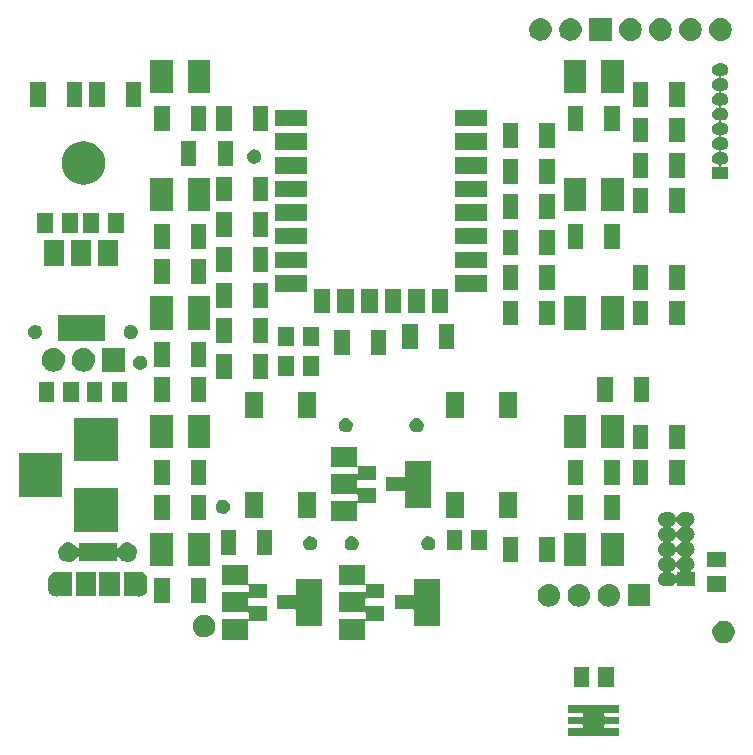
<source format=gts>
G04 #@! TF.FileFunction,Soldermask,Top*
%FSLAX46Y46*%
G04 Gerber Fmt 4.6, Leading zero omitted, Abs format (unit mm)*
G04 Created by KiCad (PCBNEW 4.0.7) date 03/11/18 20:39:24*
%MOMM*%
%LPD*%
G01*
G04 APERTURE LIST*
%ADD10C,0.100000*%
G04 APERTURE END LIST*
D10*
G36*
X115957272Y-102165412D02*
X115984152Y-102173736D01*
X116000000Y-102175000D01*
X117175000Y-102175000D01*
X117175000Y-102825000D01*
X116000000Y-102825000D01*
X115972141Y-102828959D01*
X115946487Y-102840523D01*
X115925071Y-102858776D01*
X115909588Y-102882272D01*
X115901264Y-102909152D01*
X115900000Y-102925000D01*
X115900000Y-103075000D01*
X115903959Y-103102859D01*
X115915523Y-103128513D01*
X115933776Y-103149929D01*
X115957272Y-103165412D01*
X115984152Y-103173736D01*
X116000000Y-103175000D01*
X117175000Y-103175000D01*
X117175000Y-103825000D01*
X116000000Y-103825000D01*
X115972141Y-103828959D01*
X115946487Y-103840523D01*
X115925071Y-103858776D01*
X115909588Y-103882272D01*
X115901264Y-103909152D01*
X115900000Y-103925000D01*
X115900000Y-104075000D01*
X115903959Y-104102859D01*
X115915523Y-104128513D01*
X115933776Y-104149929D01*
X115957272Y-104165412D01*
X115984152Y-104173736D01*
X116000000Y-104175000D01*
X117175000Y-104175000D01*
X117175000Y-104825000D01*
X116000000Y-104825000D01*
X115972141Y-104828959D01*
X115946487Y-104840523D01*
X115935368Y-104850000D01*
X114066116Y-104850000D01*
X114042728Y-104834588D01*
X114015848Y-104826264D01*
X114000000Y-104825000D01*
X112825000Y-104825000D01*
X112825000Y-104175000D01*
X114000000Y-104175000D01*
X114027859Y-104171041D01*
X114053513Y-104159477D01*
X114074929Y-104141224D01*
X114090412Y-104117728D01*
X114098736Y-104090848D01*
X114100000Y-104075000D01*
X114100000Y-103925000D01*
X114096041Y-103897141D01*
X114084477Y-103871487D01*
X114066224Y-103850071D01*
X114042728Y-103834588D01*
X114015848Y-103826264D01*
X114000000Y-103825000D01*
X112825000Y-103825000D01*
X112825000Y-103175000D01*
X114000000Y-103175000D01*
X114027859Y-103171041D01*
X114053513Y-103159477D01*
X114074929Y-103141224D01*
X114090412Y-103117728D01*
X114098736Y-103090848D01*
X114100000Y-103075000D01*
X114100000Y-102925000D01*
X114096041Y-102897141D01*
X114084477Y-102871487D01*
X114066224Y-102850071D01*
X114042728Y-102834588D01*
X114015848Y-102826264D01*
X114000000Y-102825000D01*
X112825000Y-102825000D01*
X112825000Y-102175000D01*
X114000000Y-102175000D01*
X114027859Y-102171041D01*
X114053513Y-102159477D01*
X114064632Y-102150000D01*
X115933884Y-102150000D01*
X115957272Y-102165412D01*
X115957272Y-102165412D01*
G37*
G36*
X116700000Y-100625000D02*
X115400000Y-100625000D01*
X115400000Y-98975000D01*
X116700000Y-98975000D01*
X116700000Y-100625000D01*
X116700000Y-100625000D01*
G37*
G36*
X114600000Y-100625000D02*
X113300000Y-100625000D01*
X113300000Y-98975000D01*
X114600000Y-98975000D01*
X114600000Y-100625000D01*
X114600000Y-100625000D01*
G37*
G36*
X126099783Y-95050629D02*
X126282286Y-95088091D01*
X126454031Y-95160286D01*
X126608488Y-95264468D01*
X126739763Y-95396663D01*
X126842862Y-95551839D01*
X126913859Y-95724090D01*
X126949909Y-95906158D01*
X126949909Y-95906180D01*
X126950041Y-95906848D01*
X126947070Y-96119643D01*
X126946918Y-96120311D01*
X126946918Y-96120330D01*
X126905798Y-96301319D01*
X126830020Y-96471521D01*
X126722630Y-96623755D01*
X126587711Y-96752236D01*
X126430408Y-96852064D01*
X126256712Y-96919437D01*
X126073236Y-96951788D01*
X125886970Y-96947886D01*
X125705013Y-96907881D01*
X125534289Y-96833293D01*
X125381305Y-96726967D01*
X125251886Y-96592949D01*
X125150963Y-96436346D01*
X125082377Y-96263121D01*
X125048746Y-96079878D01*
X125051347Y-95893594D01*
X125090083Y-95711358D01*
X125163477Y-95540115D01*
X125268734Y-95386393D01*
X125401843Y-95256042D01*
X125557737Y-95154028D01*
X125730472Y-95084238D01*
X125913481Y-95049327D01*
X126099783Y-95050629D01*
X126099783Y-95050629D01*
G37*
G36*
X95650000Y-91850000D02*
X95653959Y-91877859D01*
X95665523Y-91903513D01*
X95683776Y-91924929D01*
X95707272Y-91940412D01*
X95734152Y-91948736D01*
X95750000Y-91950000D01*
X97250000Y-91950000D01*
X97250000Y-93150000D01*
X95750000Y-93150000D01*
X95722141Y-93153959D01*
X95696487Y-93165523D01*
X95675071Y-93183776D01*
X95659588Y-93207272D01*
X95651264Y-93234152D01*
X95650000Y-93250000D01*
X95650000Y-93750000D01*
X95653959Y-93777859D01*
X95665523Y-93803513D01*
X95683776Y-93824929D01*
X95707272Y-93840412D01*
X95734152Y-93848736D01*
X95750000Y-93850000D01*
X97250000Y-93850000D01*
X97250000Y-95050000D01*
X95750000Y-95050000D01*
X95722141Y-95053959D01*
X95696487Y-95065523D01*
X95675071Y-95083776D01*
X95659588Y-95107272D01*
X95651264Y-95134152D01*
X95650000Y-95150000D01*
X95650000Y-96650000D01*
X93450000Y-96650000D01*
X93450000Y-94950000D01*
X95650000Y-94950000D01*
X95677859Y-94946041D01*
X95703513Y-94934477D01*
X95724929Y-94916224D01*
X95740412Y-94892728D01*
X95748736Y-94865848D01*
X95750000Y-94850000D01*
X95750000Y-94450000D01*
X95746041Y-94422141D01*
X95734477Y-94396487D01*
X95716224Y-94375071D01*
X95692728Y-94359588D01*
X95665848Y-94351264D01*
X95650000Y-94350000D01*
X93450000Y-94350000D01*
X93450000Y-92650000D01*
X95650000Y-92650000D01*
X95677859Y-92646041D01*
X95703513Y-92634477D01*
X95724929Y-92616224D01*
X95740412Y-92592728D01*
X95748736Y-92565848D01*
X95750000Y-92550000D01*
X95750000Y-92150000D01*
X95746041Y-92122141D01*
X95734477Y-92096487D01*
X95716224Y-92075071D01*
X95692728Y-92059588D01*
X95665848Y-92051264D01*
X95650000Y-92050000D01*
X93450000Y-92050000D01*
X93450000Y-90350000D01*
X95650000Y-90350000D01*
X95650000Y-91850000D01*
X95650000Y-91850000D01*
G37*
G36*
X85700000Y-91850000D02*
X85703959Y-91877859D01*
X85715523Y-91903513D01*
X85733776Y-91924929D01*
X85757272Y-91940412D01*
X85784152Y-91948736D01*
X85800000Y-91950000D01*
X87300000Y-91950000D01*
X87300000Y-93150000D01*
X85800000Y-93150000D01*
X85772141Y-93153959D01*
X85746487Y-93165523D01*
X85725071Y-93183776D01*
X85709588Y-93207272D01*
X85701264Y-93234152D01*
X85700000Y-93250000D01*
X85700000Y-93750000D01*
X85703959Y-93777859D01*
X85715523Y-93803513D01*
X85733776Y-93824929D01*
X85757272Y-93840412D01*
X85784152Y-93848736D01*
X85800000Y-93850000D01*
X87300000Y-93850000D01*
X87300000Y-95050000D01*
X85800000Y-95050000D01*
X85772141Y-95053959D01*
X85746487Y-95065523D01*
X85725071Y-95083776D01*
X85709588Y-95107272D01*
X85701264Y-95134152D01*
X85700000Y-95150000D01*
X85700000Y-96650000D01*
X83500000Y-96650000D01*
X83500000Y-94950000D01*
X85700000Y-94950000D01*
X85727859Y-94946041D01*
X85753513Y-94934477D01*
X85774929Y-94916224D01*
X85790412Y-94892728D01*
X85798736Y-94865848D01*
X85800000Y-94850000D01*
X85800000Y-94450000D01*
X85796041Y-94422141D01*
X85784477Y-94396487D01*
X85766224Y-94375071D01*
X85742728Y-94359588D01*
X85715848Y-94351264D01*
X85700000Y-94350000D01*
X83500000Y-94350000D01*
X83500000Y-92650000D01*
X85700000Y-92650000D01*
X85727859Y-92646041D01*
X85753513Y-92634477D01*
X85774929Y-92616224D01*
X85790412Y-92592728D01*
X85798736Y-92565848D01*
X85800000Y-92550000D01*
X85800000Y-92150000D01*
X85796041Y-92122141D01*
X85784477Y-92096487D01*
X85766224Y-92075071D01*
X85742728Y-92059588D01*
X85715848Y-92051264D01*
X85700000Y-92050000D01*
X83500000Y-92050000D01*
X83500000Y-90350000D01*
X85700000Y-90350000D01*
X85700000Y-91850000D01*
X85700000Y-91850000D01*
G37*
G36*
X82099783Y-94550629D02*
X82282286Y-94588091D01*
X82454031Y-94660286D01*
X82608488Y-94764468D01*
X82739763Y-94896663D01*
X82842862Y-95051839D01*
X82913859Y-95224090D01*
X82949909Y-95406158D01*
X82949909Y-95406180D01*
X82950041Y-95406848D01*
X82947070Y-95619643D01*
X82946918Y-95620311D01*
X82946918Y-95620330D01*
X82905798Y-95801319D01*
X82830020Y-95971521D01*
X82722630Y-96123755D01*
X82587711Y-96252236D01*
X82430408Y-96352064D01*
X82256712Y-96419437D01*
X82073236Y-96451788D01*
X81886970Y-96447886D01*
X81705013Y-96407881D01*
X81534289Y-96333293D01*
X81381305Y-96226967D01*
X81251886Y-96092949D01*
X81150963Y-95936346D01*
X81082377Y-95763121D01*
X81048746Y-95579878D01*
X81051347Y-95393594D01*
X81090083Y-95211358D01*
X81163477Y-95040115D01*
X81268734Y-94886393D01*
X81401843Y-94756042D01*
X81557737Y-94654028D01*
X81730472Y-94584238D01*
X81913481Y-94549327D01*
X82099783Y-94550629D01*
X82099783Y-94550629D01*
G37*
G36*
X92000000Y-95500000D02*
X89800000Y-95500000D01*
X89800000Y-94200000D01*
X89796041Y-94172141D01*
X89784477Y-94146487D01*
X89766224Y-94125071D01*
X89742728Y-94109588D01*
X89715848Y-94101264D01*
X89700000Y-94100000D01*
X88200000Y-94100000D01*
X88200000Y-92900000D01*
X89700000Y-92900000D01*
X89727859Y-92896041D01*
X89753513Y-92884477D01*
X89774929Y-92866224D01*
X89790412Y-92842728D01*
X89798736Y-92815848D01*
X89800000Y-92800000D01*
X89800000Y-91500000D01*
X92000000Y-91500000D01*
X92000000Y-95500000D01*
X92000000Y-95500000D01*
G37*
G36*
X101950000Y-95500000D02*
X99750000Y-95500000D01*
X99750000Y-94200000D01*
X99746041Y-94172141D01*
X99734477Y-94146487D01*
X99716224Y-94125071D01*
X99692728Y-94109588D01*
X99665848Y-94101264D01*
X99650000Y-94100000D01*
X98150000Y-94100000D01*
X98150000Y-92900000D01*
X99650000Y-92900000D01*
X99677859Y-92896041D01*
X99703513Y-92884477D01*
X99724929Y-92866224D01*
X99740412Y-92842728D01*
X99748736Y-92815848D01*
X99750000Y-92800000D01*
X99750000Y-91500000D01*
X101950000Y-91500000D01*
X101950000Y-95500000D01*
X101950000Y-95500000D01*
G37*
G36*
X116460926Y-91964792D02*
X116460949Y-91964799D01*
X116461024Y-91964807D01*
X116638140Y-92019633D01*
X116801233Y-92107817D01*
X116944092Y-92226001D01*
X117061275Y-92369681D01*
X117148319Y-92533386D01*
X117201907Y-92710880D01*
X117220000Y-92895403D01*
X117220000Y-92904672D01*
X117219936Y-92913805D01*
X117219935Y-92913810D01*
X117219907Y-92917861D01*
X117199240Y-93102113D01*
X117143179Y-93278842D01*
X117053858Y-93441316D01*
X116934680Y-93583346D01*
X116790185Y-93699523D01*
X116625876Y-93785422D01*
X116448012Y-93837770D01*
X116447951Y-93837776D01*
X116447922Y-93837784D01*
X116263373Y-93854578D01*
X116079074Y-93835208D01*
X116079051Y-93835201D01*
X116078976Y-93835193D01*
X115901860Y-93780367D01*
X115738767Y-93692183D01*
X115595908Y-93573999D01*
X115478725Y-93430319D01*
X115391681Y-93266614D01*
X115338093Y-93089120D01*
X115320000Y-92904597D01*
X115320000Y-92895323D01*
X115320064Y-92886195D01*
X115320065Y-92886190D01*
X115320093Y-92882139D01*
X115340760Y-92697887D01*
X115396821Y-92521158D01*
X115486142Y-92358684D01*
X115605320Y-92216654D01*
X115749815Y-92100477D01*
X115914124Y-92014578D01*
X116091988Y-91962230D01*
X116092049Y-91962224D01*
X116092078Y-91962216D01*
X116276627Y-91945422D01*
X116460926Y-91964792D01*
X116460926Y-91964792D01*
G37*
G36*
X113920926Y-91964792D02*
X113920949Y-91964799D01*
X113921024Y-91964807D01*
X114098140Y-92019633D01*
X114261233Y-92107817D01*
X114404092Y-92226001D01*
X114521275Y-92369681D01*
X114608319Y-92533386D01*
X114661907Y-92710880D01*
X114680000Y-92895403D01*
X114680000Y-92904672D01*
X114679936Y-92913805D01*
X114679935Y-92913810D01*
X114679907Y-92917861D01*
X114659240Y-93102113D01*
X114603179Y-93278842D01*
X114513858Y-93441316D01*
X114394680Y-93583346D01*
X114250185Y-93699523D01*
X114085876Y-93785422D01*
X113908012Y-93837770D01*
X113907951Y-93837776D01*
X113907922Y-93837784D01*
X113723373Y-93854578D01*
X113539074Y-93835208D01*
X113539051Y-93835201D01*
X113538976Y-93835193D01*
X113361860Y-93780367D01*
X113198767Y-93692183D01*
X113055908Y-93573999D01*
X112938725Y-93430319D01*
X112851681Y-93266614D01*
X112798093Y-93089120D01*
X112780000Y-92904597D01*
X112780000Y-92895323D01*
X112780064Y-92886195D01*
X112780065Y-92886190D01*
X112780093Y-92882139D01*
X112800760Y-92697887D01*
X112856821Y-92521158D01*
X112946142Y-92358684D01*
X113065320Y-92216654D01*
X113209815Y-92100477D01*
X113374124Y-92014578D01*
X113551988Y-91962230D01*
X113552049Y-91962224D01*
X113552078Y-91962216D01*
X113736627Y-91945422D01*
X113920926Y-91964792D01*
X113920926Y-91964792D01*
G37*
G36*
X111380926Y-91964792D02*
X111380949Y-91964799D01*
X111381024Y-91964807D01*
X111558140Y-92019633D01*
X111721233Y-92107817D01*
X111864092Y-92226001D01*
X111981275Y-92369681D01*
X112068319Y-92533386D01*
X112121907Y-92710880D01*
X112140000Y-92895403D01*
X112140000Y-92904672D01*
X112139936Y-92913805D01*
X112139935Y-92913810D01*
X112139907Y-92917861D01*
X112119240Y-93102113D01*
X112063179Y-93278842D01*
X111973858Y-93441316D01*
X111854680Y-93583346D01*
X111710185Y-93699523D01*
X111545876Y-93785422D01*
X111368012Y-93837770D01*
X111367951Y-93837776D01*
X111367922Y-93837784D01*
X111183373Y-93854578D01*
X110999074Y-93835208D01*
X110999051Y-93835201D01*
X110998976Y-93835193D01*
X110821860Y-93780367D01*
X110658767Y-93692183D01*
X110515908Y-93573999D01*
X110398725Y-93430319D01*
X110311681Y-93266614D01*
X110258093Y-93089120D01*
X110240000Y-92904597D01*
X110240000Y-92895323D01*
X110240064Y-92886195D01*
X110240065Y-92886190D01*
X110240093Y-92882139D01*
X110260760Y-92697887D01*
X110316821Y-92521158D01*
X110406142Y-92358684D01*
X110525320Y-92216654D01*
X110669815Y-92100477D01*
X110834124Y-92014578D01*
X111011988Y-91962230D01*
X111012049Y-91962224D01*
X111012078Y-91962216D01*
X111196627Y-91945422D01*
X111380926Y-91964792D01*
X111380926Y-91964792D01*
G37*
G36*
X119760000Y-93850000D02*
X117860000Y-93850000D01*
X117860000Y-91950000D01*
X119760000Y-91950000D01*
X119760000Y-93850000D01*
X119760000Y-93850000D01*
G37*
G36*
X82200000Y-93550000D02*
X80900000Y-93550000D01*
X80900000Y-91450000D01*
X82200000Y-91450000D01*
X82200000Y-93550000D01*
X82200000Y-93550000D01*
G37*
G36*
X79100000Y-93550000D02*
X77800000Y-93550000D01*
X77800000Y-91450000D01*
X79100000Y-91450000D01*
X79100000Y-93550000D01*
X79100000Y-93550000D01*
G37*
G36*
X76547887Y-90899452D02*
X76558340Y-90900000D01*
X76637084Y-90900000D01*
X76657272Y-90913303D01*
X76670217Y-90918336D01*
X76771261Y-90949615D01*
X76891435Y-91014593D01*
X76996700Y-91101675D01*
X77083045Y-91207545D01*
X77147182Y-91328170D01*
X77186669Y-91458955D01*
X77200000Y-91594919D01*
X77200000Y-92305152D01*
X77199961Y-92310797D01*
X77199960Y-92310804D01*
X77199932Y-92314855D01*
X77184703Y-92450619D01*
X77143395Y-92580840D01*
X77077579Y-92700558D01*
X76989764Y-92805212D01*
X76883294Y-92890816D01*
X76762225Y-92954110D01*
X76671678Y-92980759D01*
X76646158Y-92992383D01*
X76637291Y-93000000D01*
X76555343Y-93000000D01*
X76546280Y-93000412D01*
X76495118Y-93005068D01*
X76452113Y-93000548D01*
X76441660Y-93000000D01*
X75200000Y-93000000D01*
X75200000Y-90900000D01*
X76444657Y-90900000D01*
X76453720Y-90899588D01*
X76504882Y-90894932D01*
X76547887Y-90899452D01*
X76547887Y-90899452D01*
G37*
G36*
X69547887Y-90899452D02*
X69558340Y-90900000D01*
X70800000Y-90900000D01*
X70800000Y-93000000D01*
X69555343Y-93000000D01*
X69546280Y-93000412D01*
X69495118Y-93005068D01*
X69452113Y-93000548D01*
X69441660Y-93000000D01*
X69362916Y-93000000D01*
X69342728Y-92986697D01*
X69329783Y-92981664D01*
X69228739Y-92950385D01*
X69108565Y-92885407D01*
X69003300Y-92798325D01*
X68916955Y-92692455D01*
X68852818Y-92571830D01*
X68813331Y-92441045D01*
X68800000Y-92305081D01*
X68800000Y-91594848D01*
X68800039Y-91589203D01*
X68800040Y-91589196D01*
X68800068Y-91585145D01*
X68815297Y-91449381D01*
X68856605Y-91319160D01*
X68922421Y-91199442D01*
X69010236Y-91094788D01*
X69116706Y-91009184D01*
X69237775Y-90945890D01*
X69328322Y-90919241D01*
X69353842Y-90907617D01*
X69362709Y-90900000D01*
X69444657Y-90900000D01*
X69453720Y-90899588D01*
X69504882Y-90894932D01*
X69547887Y-90899452D01*
X69547887Y-90899452D01*
G37*
G36*
X72850000Y-93000000D02*
X71150000Y-93000000D01*
X71150000Y-90900000D01*
X72850000Y-90900000D01*
X72850000Y-93000000D01*
X72850000Y-93000000D01*
G37*
G36*
X74850000Y-93000000D02*
X73150000Y-93000000D01*
X73150000Y-90900000D01*
X74850000Y-90900000D01*
X74850000Y-93000000D01*
X74850000Y-93000000D01*
G37*
G36*
X126225000Y-92600000D02*
X124575000Y-92600000D01*
X124575000Y-91300000D01*
X126225000Y-91300000D01*
X126225000Y-92600000D01*
X126225000Y-92600000D01*
G37*
G36*
X121372411Y-85860026D02*
X121377006Y-85860058D01*
X121493376Y-85873111D01*
X121604994Y-85908519D01*
X121707609Y-85964932D01*
X121797313Y-86040202D01*
X121870688Y-86131462D01*
X121911313Y-86209172D01*
X121927531Y-86231751D01*
X121949664Y-86249127D01*
X121975761Y-86259650D01*
X122003757Y-86262485D01*
X122031435Y-86257409D01*
X122056602Y-86244822D01*
X122077267Y-86225723D01*
X122087392Y-86210588D01*
X122133948Y-86124484D01*
X122208590Y-86034258D01*
X122299336Y-85960247D01*
X122402729Y-85905272D01*
X122514830Y-85871427D01*
X122631371Y-85860000D01*
X122938704Y-85860000D01*
X122942411Y-85860026D01*
X122947006Y-85860058D01*
X123063376Y-85873111D01*
X123174994Y-85908519D01*
X123277609Y-85964932D01*
X123367313Y-86040202D01*
X123440688Y-86131462D01*
X123494939Y-86235236D01*
X123528001Y-86347571D01*
X123528007Y-86347632D01*
X123528015Y-86347661D01*
X123538619Y-86464184D01*
X123526389Y-86580549D01*
X123526382Y-86580572D01*
X123526374Y-86580647D01*
X123491747Y-86692509D01*
X123436052Y-86795516D01*
X123361410Y-86885742D01*
X123270664Y-86959753D01*
X123181082Y-87007384D01*
X123159782Y-87022910D01*
X123142561Y-87045164D01*
X123132220Y-87071334D01*
X123129580Y-87099349D01*
X123134850Y-87126991D01*
X123147611Y-87152070D01*
X123166854Y-87172601D01*
X123178953Y-87180695D01*
X123277609Y-87234932D01*
X123367313Y-87310202D01*
X123440688Y-87401462D01*
X123494939Y-87505236D01*
X123528001Y-87617571D01*
X123528007Y-87617632D01*
X123528015Y-87617661D01*
X123538619Y-87734184D01*
X123526389Y-87850549D01*
X123526382Y-87850572D01*
X123526374Y-87850647D01*
X123491747Y-87962509D01*
X123436052Y-88065516D01*
X123361410Y-88155742D01*
X123270664Y-88229753D01*
X123181082Y-88277384D01*
X123159782Y-88292910D01*
X123142561Y-88315164D01*
X123132220Y-88341334D01*
X123129580Y-88369349D01*
X123134850Y-88396991D01*
X123147611Y-88422070D01*
X123166854Y-88442601D01*
X123178953Y-88450695D01*
X123277609Y-88504932D01*
X123367313Y-88580202D01*
X123440688Y-88671462D01*
X123494939Y-88775236D01*
X123528001Y-88887571D01*
X123528007Y-88887632D01*
X123528015Y-88887661D01*
X123538619Y-89004184D01*
X123526389Y-89120549D01*
X123526382Y-89120572D01*
X123526374Y-89120647D01*
X123491747Y-89232509D01*
X123436052Y-89335516D01*
X123361410Y-89425742D01*
X123270664Y-89499753D01*
X123181082Y-89547384D01*
X123159782Y-89562910D01*
X123142561Y-89585164D01*
X123132220Y-89611334D01*
X123129580Y-89639349D01*
X123134850Y-89666991D01*
X123147611Y-89692070D01*
X123166854Y-89712601D01*
X123178953Y-89720695D01*
X123277609Y-89774932D01*
X123367313Y-89850202D01*
X123440688Y-89941462D01*
X123494939Y-90045236D01*
X123528001Y-90157571D01*
X123528007Y-90157632D01*
X123528015Y-90157661D01*
X123538619Y-90274184D01*
X123526389Y-90390549D01*
X123526382Y-90390572D01*
X123526374Y-90390647D01*
X123491747Y-90502509D01*
X123436052Y-90605516D01*
X123361410Y-90695742D01*
X123278451Y-90763402D01*
X123260192Y-90783181D01*
X123247621Y-90808356D01*
X123242561Y-90836037D01*
X123245412Y-90864031D01*
X123255950Y-90890123D01*
X123273340Y-90912245D01*
X123296205Y-90928648D01*
X123322733Y-90938031D01*
X123342482Y-90940000D01*
X123535000Y-90940000D01*
X123535000Y-92140000D01*
X122035000Y-92140000D01*
X122035000Y-91948889D01*
X122031041Y-91921030D01*
X122019477Y-91895376D01*
X122001224Y-91873960D01*
X121977728Y-91858477D01*
X121950848Y-91850153D01*
X121922713Y-91849647D01*
X121895551Y-91856999D01*
X121871513Y-91871627D01*
X121858726Y-91884372D01*
X121791410Y-91965742D01*
X121700664Y-92039753D01*
X121597271Y-92094728D01*
X121485170Y-92128573D01*
X121368629Y-92140000D01*
X121061296Y-92140000D01*
X121057589Y-92139974D01*
X121052994Y-92139942D01*
X120936624Y-92126889D01*
X120825006Y-92091481D01*
X120722391Y-92035068D01*
X120632687Y-91959798D01*
X120559312Y-91868538D01*
X120505061Y-91764764D01*
X120471999Y-91652429D01*
X120471993Y-91652368D01*
X120471985Y-91652339D01*
X120461381Y-91535816D01*
X120473611Y-91419451D01*
X120473618Y-91419428D01*
X120473626Y-91419353D01*
X120508253Y-91307491D01*
X120563948Y-91204484D01*
X120638590Y-91114258D01*
X120729336Y-91040247D01*
X120818918Y-90992616D01*
X120840218Y-90977090D01*
X120857439Y-90954836D01*
X120867780Y-90928666D01*
X120869600Y-90909349D01*
X121559580Y-90909349D01*
X121564850Y-90936991D01*
X121577611Y-90962070D01*
X121596854Y-90982601D01*
X121608953Y-90990695D01*
X121707609Y-91044932D01*
X121797313Y-91120202D01*
X121857587Y-91195168D01*
X121877608Y-91213911D01*
X121902695Y-91226658D01*
X121930340Y-91231911D01*
X121958353Y-91229255D01*
X121984518Y-91218899D01*
X122006761Y-91201664D01*
X122023322Y-91178915D01*
X122032890Y-91152452D01*
X122035000Y-91132020D01*
X122035000Y-90940000D01*
X122226378Y-90940000D01*
X122254237Y-90936041D01*
X122279891Y-90924477D01*
X122301307Y-90906224D01*
X122316790Y-90882728D01*
X122325114Y-90855848D01*
X122325620Y-90827713D01*
X122318268Y-90800551D01*
X122303640Y-90776513D01*
X122291930Y-90764681D01*
X122202687Y-90689798D01*
X122129312Y-90598538D01*
X122088687Y-90520828D01*
X122072469Y-90498249D01*
X122050336Y-90480873D01*
X122024239Y-90470350D01*
X121996243Y-90467515D01*
X121968565Y-90472591D01*
X121943398Y-90485178D01*
X121922733Y-90504277D01*
X121912608Y-90519412D01*
X121866052Y-90605516D01*
X121791410Y-90695742D01*
X121700664Y-90769753D01*
X121611082Y-90817384D01*
X121589782Y-90832910D01*
X121572561Y-90855164D01*
X121562220Y-90881334D01*
X121559580Y-90909349D01*
X120869600Y-90909349D01*
X120870420Y-90900651D01*
X120865150Y-90873009D01*
X120852389Y-90847930D01*
X120833146Y-90827399D01*
X120821047Y-90819305D01*
X120722391Y-90765068D01*
X120632687Y-90689798D01*
X120559312Y-90598538D01*
X120505061Y-90494764D01*
X120471999Y-90382429D01*
X120471993Y-90382368D01*
X120471985Y-90382339D01*
X120461381Y-90265816D01*
X120473611Y-90149451D01*
X120473618Y-90149428D01*
X120473626Y-90149353D01*
X120508253Y-90037491D01*
X120563948Y-89934484D01*
X120638590Y-89844258D01*
X120729336Y-89770247D01*
X120818918Y-89722616D01*
X120840218Y-89707090D01*
X120857439Y-89684836D01*
X120867780Y-89658666D01*
X120869600Y-89639349D01*
X121559580Y-89639349D01*
X121564850Y-89666991D01*
X121577611Y-89692070D01*
X121596854Y-89712601D01*
X121608953Y-89720695D01*
X121707609Y-89774932D01*
X121797313Y-89850202D01*
X121870688Y-89941462D01*
X121911313Y-90019172D01*
X121927531Y-90041751D01*
X121949664Y-90059127D01*
X121975761Y-90069650D01*
X122003757Y-90072485D01*
X122031435Y-90067409D01*
X122056602Y-90054822D01*
X122077267Y-90035723D01*
X122087392Y-90020588D01*
X122133948Y-89934484D01*
X122208590Y-89844258D01*
X122299336Y-89770247D01*
X122388918Y-89722616D01*
X122410218Y-89707090D01*
X122427439Y-89684836D01*
X122437780Y-89658666D01*
X122440420Y-89630651D01*
X122435150Y-89603009D01*
X122422389Y-89577930D01*
X122403146Y-89557399D01*
X122391047Y-89549305D01*
X122292391Y-89495068D01*
X122202687Y-89419798D01*
X122129312Y-89328538D01*
X122088687Y-89250828D01*
X122072469Y-89228249D01*
X122050336Y-89210873D01*
X122024239Y-89200350D01*
X121996243Y-89197515D01*
X121968565Y-89202591D01*
X121943398Y-89215178D01*
X121922733Y-89234277D01*
X121912608Y-89249412D01*
X121866052Y-89335516D01*
X121791410Y-89425742D01*
X121700664Y-89499753D01*
X121611082Y-89547384D01*
X121589782Y-89562910D01*
X121572561Y-89585164D01*
X121562220Y-89611334D01*
X121559580Y-89639349D01*
X120869600Y-89639349D01*
X120870420Y-89630651D01*
X120865150Y-89603009D01*
X120852389Y-89577930D01*
X120833146Y-89557399D01*
X120821047Y-89549305D01*
X120722391Y-89495068D01*
X120632687Y-89419798D01*
X120559312Y-89328538D01*
X120505061Y-89224764D01*
X120471999Y-89112429D01*
X120471993Y-89112368D01*
X120471985Y-89112339D01*
X120461381Y-88995816D01*
X120473611Y-88879451D01*
X120473618Y-88879428D01*
X120473626Y-88879353D01*
X120508253Y-88767491D01*
X120563948Y-88664484D01*
X120638590Y-88574258D01*
X120729336Y-88500247D01*
X120818918Y-88452616D01*
X120840218Y-88437090D01*
X120857439Y-88414836D01*
X120867780Y-88388666D01*
X120869600Y-88369349D01*
X121559580Y-88369349D01*
X121564850Y-88396991D01*
X121577611Y-88422070D01*
X121596854Y-88442601D01*
X121608953Y-88450695D01*
X121707609Y-88504932D01*
X121797313Y-88580202D01*
X121870688Y-88671462D01*
X121911313Y-88749172D01*
X121927531Y-88771751D01*
X121949664Y-88789127D01*
X121975761Y-88799650D01*
X122003757Y-88802485D01*
X122031435Y-88797409D01*
X122056602Y-88784822D01*
X122077267Y-88765723D01*
X122087392Y-88750588D01*
X122133948Y-88664484D01*
X122208590Y-88574258D01*
X122299336Y-88500247D01*
X122388918Y-88452616D01*
X122410218Y-88437090D01*
X122427439Y-88414836D01*
X122437780Y-88388666D01*
X122440420Y-88360651D01*
X122435150Y-88333009D01*
X122422389Y-88307930D01*
X122403146Y-88287399D01*
X122391047Y-88279305D01*
X122292391Y-88225068D01*
X122202687Y-88149798D01*
X122129312Y-88058538D01*
X122088687Y-87980828D01*
X122072469Y-87958249D01*
X122050336Y-87940873D01*
X122024239Y-87930350D01*
X121996243Y-87927515D01*
X121968565Y-87932591D01*
X121943398Y-87945178D01*
X121922733Y-87964277D01*
X121912608Y-87979412D01*
X121866052Y-88065516D01*
X121791410Y-88155742D01*
X121700664Y-88229753D01*
X121611082Y-88277384D01*
X121589782Y-88292910D01*
X121572561Y-88315164D01*
X121562220Y-88341334D01*
X121559580Y-88369349D01*
X120869600Y-88369349D01*
X120870420Y-88360651D01*
X120865150Y-88333009D01*
X120852389Y-88307930D01*
X120833146Y-88287399D01*
X120821047Y-88279305D01*
X120722391Y-88225068D01*
X120632687Y-88149798D01*
X120559312Y-88058538D01*
X120505061Y-87954764D01*
X120471999Y-87842429D01*
X120471993Y-87842368D01*
X120471985Y-87842339D01*
X120461381Y-87725816D01*
X120473611Y-87609451D01*
X120473618Y-87609428D01*
X120473626Y-87609353D01*
X120508253Y-87497491D01*
X120563948Y-87394484D01*
X120638590Y-87304258D01*
X120729336Y-87230247D01*
X120818918Y-87182616D01*
X120840218Y-87167090D01*
X120857439Y-87144836D01*
X120867780Y-87118666D01*
X120869600Y-87099349D01*
X121559580Y-87099349D01*
X121564850Y-87126991D01*
X121577611Y-87152070D01*
X121596854Y-87172601D01*
X121608953Y-87180695D01*
X121707609Y-87234932D01*
X121797313Y-87310202D01*
X121870688Y-87401462D01*
X121911313Y-87479172D01*
X121927531Y-87501751D01*
X121949664Y-87519127D01*
X121975761Y-87529650D01*
X122003757Y-87532485D01*
X122031435Y-87527409D01*
X122056602Y-87514822D01*
X122077267Y-87495723D01*
X122087392Y-87480588D01*
X122133948Y-87394484D01*
X122208590Y-87304258D01*
X122299336Y-87230247D01*
X122388918Y-87182616D01*
X122410218Y-87167090D01*
X122427439Y-87144836D01*
X122437780Y-87118666D01*
X122440420Y-87090651D01*
X122435150Y-87063009D01*
X122422389Y-87037930D01*
X122403146Y-87017399D01*
X122391047Y-87009305D01*
X122292391Y-86955068D01*
X122202687Y-86879798D01*
X122129312Y-86788538D01*
X122088687Y-86710828D01*
X122072469Y-86688249D01*
X122050336Y-86670873D01*
X122024239Y-86660350D01*
X121996243Y-86657515D01*
X121968565Y-86662591D01*
X121943398Y-86675178D01*
X121922733Y-86694277D01*
X121912608Y-86709412D01*
X121866052Y-86795516D01*
X121791410Y-86885742D01*
X121700664Y-86959753D01*
X121611082Y-87007384D01*
X121589782Y-87022910D01*
X121572561Y-87045164D01*
X121562220Y-87071334D01*
X121559580Y-87099349D01*
X120869600Y-87099349D01*
X120870420Y-87090651D01*
X120865150Y-87063009D01*
X120852389Y-87037930D01*
X120833146Y-87017399D01*
X120821047Y-87009305D01*
X120722391Y-86955068D01*
X120632687Y-86879798D01*
X120559312Y-86788538D01*
X120505061Y-86684764D01*
X120471999Y-86572429D01*
X120471993Y-86572368D01*
X120471985Y-86572339D01*
X120461381Y-86455816D01*
X120473611Y-86339451D01*
X120473618Y-86339428D01*
X120473626Y-86339353D01*
X120508253Y-86227491D01*
X120563948Y-86124484D01*
X120638590Y-86034258D01*
X120729336Y-85960247D01*
X120832729Y-85905272D01*
X120944830Y-85871427D01*
X121061371Y-85860000D01*
X121368704Y-85860000D01*
X121372411Y-85860026D01*
X121372411Y-85860026D01*
G37*
G36*
X126225000Y-90500000D02*
X124575000Y-90500000D01*
X124575000Y-89200000D01*
X126225000Y-89200000D01*
X126225000Y-90500000D01*
X126225000Y-90500000D01*
G37*
G36*
X82550000Y-90400000D02*
X80650000Y-90400000D01*
X80650000Y-87600000D01*
X82550000Y-87600000D01*
X82550000Y-90400000D01*
X82550000Y-90400000D01*
G37*
G36*
X117550000Y-90400000D02*
X115650000Y-90400000D01*
X115650000Y-87600000D01*
X117550000Y-87600000D01*
X117550000Y-90400000D01*
X117550000Y-90400000D01*
G37*
G36*
X79350000Y-90400000D02*
X77450000Y-90400000D01*
X77450000Y-87600000D01*
X79350000Y-87600000D01*
X79350000Y-90400000D01*
X79350000Y-90400000D01*
G37*
G36*
X114350000Y-90400000D02*
X112450000Y-90400000D01*
X112450000Y-87600000D01*
X114350000Y-87600000D01*
X114350000Y-90400000D01*
X114350000Y-90400000D01*
G37*
G36*
X75586653Y-88425546D02*
X75745144Y-88458079D01*
X75894290Y-88520774D01*
X76028424Y-88611248D01*
X76142424Y-88726047D01*
X76231960Y-88860809D01*
X76293615Y-89010397D01*
X76324903Y-89168412D01*
X76324903Y-89168432D01*
X76325036Y-89169105D01*
X76322455Y-89353900D01*
X76322304Y-89354563D01*
X76322304Y-89354587D01*
X76286614Y-89511671D01*
X76220809Y-89659475D01*
X76127545Y-89791685D01*
X76010383Y-89903256D01*
X75873772Y-89989952D01*
X75722938Y-90048457D01*
X75563597Y-90076554D01*
X75401843Y-90073165D01*
X75243826Y-90038422D01*
X75095566Y-89973649D01*
X74962712Y-89881314D01*
X74850322Y-89764930D01*
X74784057Y-89662107D01*
X74765637Y-89640834D01*
X74742020Y-89625535D01*
X74715076Y-89617421D01*
X74686939Y-89617135D01*
X74659835Y-89624699D01*
X74635912Y-89639514D01*
X74617063Y-89660408D01*
X74604782Y-89685725D01*
X74600000Y-89716278D01*
X74600000Y-90025000D01*
X71400000Y-90025000D01*
X71400000Y-89720696D01*
X71396041Y-89692837D01*
X71384477Y-89667183D01*
X71366224Y-89645767D01*
X71342728Y-89630284D01*
X71315848Y-89621960D01*
X71287713Y-89621454D01*
X71260551Y-89628806D01*
X71236513Y-89643434D01*
X71218286Y-89663053D01*
X71127548Y-89791682D01*
X71010383Y-89903256D01*
X70873772Y-89989952D01*
X70722938Y-90048457D01*
X70563597Y-90076554D01*
X70401843Y-90073165D01*
X70243826Y-90038422D01*
X70095566Y-89973649D01*
X69962712Y-89881314D01*
X69850322Y-89764930D01*
X69762678Y-89628933D01*
X69703116Y-89478499D01*
X69673911Y-89319369D01*
X69676170Y-89157595D01*
X69709809Y-88999332D01*
X69773543Y-88850631D01*
X69864954Y-88717129D01*
X69980548Y-88603931D01*
X70115929Y-88515340D01*
X70265935Y-88454733D01*
X70424865Y-88424415D01*
X70586653Y-88425546D01*
X70745144Y-88458079D01*
X70894290Y-88520774D01*
X71028424Y-88611248D01*
X71142424Y-88726047D01*
X71216708Y-88837853D01*
X71235423Y-88858866D01*
X71259251Y-88873834D01*
X71286306Y-88881571D01*
X71314445Y-88881464D01*
X71341440Y-88873522D01*
X71365154Y-88858374D01*
X71383709Y-88837219D01*
X71395636Y-88811733D01*
X71400000Y-88782513D01*
X71400000Y-88475000D01*
X74600000Y-88475000D01*
X74600000Y-88781036D01*
X74603959Y-88808895D01*
X74615523Y-88834549D01*
X74633776Y-88855965D01*
X74657272Y-88871448D01*
X74684152Y-88879772D01*
X74712287Y-88880278D01*
X74739449Y-88872926D01*
X74763487Y-88858298D01*
X74782511Y-88837533D01*
X74864953Y-88717130D01*
X74980548Y-88603931D01*
X75115929Y-88515340D01*
X75265935Y-88454733D01*
X75424865Y-88424415D01*
X75586653Y-88425546D01*
X75586653Y-88425546D01*
G37*
G36*
X108600000Y-90050000D02*
X107300000Y-90050000D01*
X107300000Y-87950000D01*
X108600000Y-87950000D01*
X108600000Y-90050000D01*
X108600000Y-90050000D01*
G37*
G36*
X111700000Y-90050000D02*
X110400000Y-90050000D01*
X110400000Y-87950000D01*
X111700000Y-87950000D01*
X111700000Y-90050000D01*
X111700000Y-90050000D01*
G37*
G36*
X87800000Y-89450000D02*
X86500000Y-89450000D01*
X86500000Y-87350000D01*
X87800000Y-87350000D01*
X87800000Y-89450000D01*
X87800000Y-89450000D01*
G37*
G36*
X84700000Y-89450000D02*
X83400000Y-89450000D01*
X83400000Y-87350000D01*
X84700000Y-87350000D01*
X84700000Y-89450000D01*
X84700000Y-89450000D01*
G37*
G36*
X91063026Y-87900396D02*
X91178285Y-87924055D01*
X91286755Y-87969652D01*
X91384310Y-88035453D01*
X91467220Y-88118944D01*
X91532334Y-88216950D01*
X91577176Y-88325744D01*
X91599893Y-88440474D01*
X91599893Y-88440494D01*
X91600026Y-88441167D01*
X91598149Y-88575564D01*
X91597998Y-88576227D01*
X91597998Y-88576251D01*
X91572084Y-88690309D01*
X91524226Y-88797798D01*
X91456396Y-88893954D01*
X91371186Y-88975098D01*
X91271837Y-89038146D01*
X91162136Y-89080697D01*
X91046253Y-89101131D01*
X90928612Y-89098666D01*
X90813691Y-89073400D01*
X90705866Y-89026292D01*
X90609245Y-88959138D01*
X90527506Y-88874495D01*
X90463764Y-88775587D01*
X90420448Y-88666183D01*
X90399207Y-88550450D01*
X90400850Y-88432797D01*
X90425314Y-88317700D01*
X90471669Y-88209545D01*
X90538147Y-88112458D01*
X90622216Y-88030131D01*
X90720674Y-87965702D01*
X90829772Y-87921623D01*
X90945356Y-87899574D01*
X91063026Y-87900396D01*
X91063026Y-87900396D01*
G37*
G36*
X94563026Y-87900396D02*
X94678285Y-87924055D01*
X94786755Y-87969652D01*
X94884310Y-88035453D01*
X94967220Y-88118944D01*
X95032334Y-88216950D01*
X95077176Y-88325744D01*
X95099893Y-88440474D01*
X95099893Y-88440494D01*
X95100026Y-88441167D01*
X95098149Y-88575564D01*
X95097998Y-88576227D01*
X95097998Y-88576251D01*
X95072084Y-88690309D01*
X95024226Y-88797798D01*
X94956396Y-88893954D01*
X94871186Y-88975098D01*
X94771837Y-89038146D01*
X94662136Y-89080697D01*
X94546253Y-89101131D01*
X94428612Y-89098666D01*
X94313691Y-89073400D01*
X94205866Y-89026292D01*
X94109245Y-88959138D01*
X94027506Y-88874495D01*
X93963764Y-88775587D01*
X93920448Y-88666183D01*
X93899207Y-88550450D01*
X93900850Y-88432797D01*
X93925314Y-88317700D01*
X93971669Y-88209545D01*
X94038147Y-88112458D01*
X94122216Y-88030131D01*
X94220674Y-87965702D01*
X94329772Y-87921623D01*
X94445356Y-87899574D01*
X94563026Y-87900396D01*
X94563026Y-87900396D01*
G37*
G36*
X101063026Y-87900396D02*
X101178285Y-87924055D01*
X101286755Y-87969652D01*
X101384310Y-88035453D01*
X101467220Y-88118944D01*
X101532334Y-88216950D01*
X101577176Y-88325744D01*
X101599893Y-88440474D01*
X101599893Y-88440494D01*
X101600026Y-88441167D01*
X101598149Y-88575564D01*
X101597998Y-88576227D01*
X101597998Y-88576251D01*
X101572084Y-88690309D01*
X101524226Y-88797798D01*
X101456396Y-88893954D01*
X101371186Y-88975098D01*
X101271837Y-89038146D01*
X101162136Y-89080697D01*
X101046253Y-89101131D01*
X100928612Y-89098666D01*
X100813691Y-89073400D01*
X100705866Y-89026292D01*
X100609245Y-88959138D01*
X100527506Y-88874495D01*
X100463764Y-88775587D01*
X100420448Y-88666183D01*
X100399207Y-88550450D01*
X100400850Y-88432797D01*
X100425314Y-88317700D01*
X100471669Y-88209545D01*
X100538147Y-88112458D01*
X100622216Y-88030131D01*
X100720674Y-87965702D01*
X100829772Y-87921623D01*
X100945356Y-87899574D01*
X101063026Y-87900396D01*
X101063026Y-87900396D01*
G37*
G36*
X103850000Y-89025000D02*
X102550000Y-89025000D01*
X102550000Y-87375000D01*
X103850000Y-87375000D01*
X103850000Y-89025000D01*
X103850000Y-89025000D01*
G37*
G36*
X105950000Y-89025000D02*
X104650000Y-89025000D01*
X104650000Y-87375000D01*
X105950000Y-87375000D01*
X105950000Y-89025000D01*
X105950000Y-89025000D01*
G37*
G36*
X74700000Y-87550000D02*
X71000000Y-87550000D01*
X71000000Y-83850000D01*
X74700000Y-83850000D01*
X74700000Y-87550000D01*
X74700000Y-87550000D01*
G37*
G36*
X94950000Y-81850000D02*
X94953959Y-81877859D01*
X94965523Y-81903513D01*
X94983776Y-81924929D01*
X95007272Y-81940412D01*
X95034152Y-81948736D01*
X95050000Y-81950000D01*
X96550000Y-81950000D01*
X96550000Y-83150000D01*
X95050000Y-83150000D01*
X95022141Y-83153959D01*
X94996487Y-83165523D01*
X94975071Y-83183776D01*
X94959588Y-83207272D01*
X94951264Y-83234152D01*
X94950000Y-83250000D01*
X94950000Y-83750000D01*
X94953959Y-83777859D01*
X94965523Y-83803513D01*
X94983776Y-83824929D01*
X95007272Y-83840412D01*
X95034152Y-83848736D01*
X95050000Y-83850000D01*
X96550000Y-83850000D01*
X96550000Y-85050000D01*
X95050000Y-85050000D01*
X95022141Y-85053959D01*
X94996487Y-85065523D01*
X94975071Y-85083776D01*
X94959588Y-85107272D01*
X94951264Y-85134152D01*
X94950000Y-85150000D01*
X94950000Y-86650000D01*
X92750000Y-86650000D01*
X92750000Y-84950000D01*
X94950000Y-84950000D01*
X94977859Y-84946041D01*
X95003513Y-84934477D01*
X95024929Y-84916224D01*
X95040412Y-84892728D01*
X95048736Y-84865848D01*
X95050000Y-84850000D01*
X95050000Y-84450000D01*
X95046041Y-84422141D01*
X95034477Y-84396487D01*
X95016224Y-84375071D01*
X94992728Y-84359588D01*
X94965848Y-84351264D01*
X94950000Y-84350000D01*
X92750000Y-84350000D01*
X92750000Y-82650000D01*
X94950000Y-82650000D01*
X94977859Y-82646041D01*
X95003513Y-82634477D01*
X95024929Y-82616224D01*
X95040412Y-82592728D01*
X95048736Y-82565848D01*
X95050000Y-82550000D01*
X95050000Y-82150000D01*
X95046041Y-82122141D01*
X95034477Y-82096487D01*
X95016224Y-82075071D01*
X94992728Y-82059588D01*
X94965848Y-82051264D01*
X94950000Y-82050000D01*
X92750000Y-82050000D01*
X92750000Y-80350000D01*
X94950000Y-80350000D01*
X94950000Y-81850000D01*
X94950000Y-81850000D01*
G37*
G36*
X82200000Y-86550000D02*
X80900000Y-86550000D01*
X80900000Y-84450000D01*
X82200000Y-84450000D01*
X82200000Y-86550000D01*
X82200000Y-86550000D01*
G37*
G36*
X114100000Y-86550000D02*
X112800000Y-86550000D01*
X112800000Y-84450000D01*
X114100000Y-84450000D01*
X114100000Y-86550000D01*
X114100000Y-86550000D01*
G37*
G36*
X117200000Y-86550000D02*
X115900000Y-86550000D01*
X115900000Y-84450000D01*
X117200000Y-84450000D01*
X117200000Y-86550000D01*
X117200000Y-86550000D01*
G37*
G36*
X79100000Y-86550000D02*
X77800000Y-86550000D01*
X77800000Y-84450000D01*
X79100000Y-84450000D01*
X79100000Y-86550000D01*
X79100000Y-86550000D01*
G37*
G36*
X87000000Y-86350000D02*
X85500000Y-86350000D01*
X85500000Y-84150000D01*
X87000000Y-84150000D01*
X87000000Y-86350000D01*
X87000000Y-86350000D01*
G37*
G36*
X91500000Y-86350000D02*
X90000000Y-86350000D01*
X90000000Y-84150000D01*
X91500000Y-84150000D01*
X91500000Y-86350000D01*
X91500000Y-86350000D01*
G37*
G36*
X104000000Y-86350000D02*
X102500000Y-86350000D01*
X102500000Y-84150000D01*
X104000000Y-84150000D01*
X104000000Y-86350000D01*
X104000000Y-86350000D01*
G37*
G36*
X108500000Y-86350000D02*
X107000000Y-86350000D01*
X107000000Y-84150000D01*
X108500000Y-84150000D01*
X108500000Y-86350000D01*
X108500000Y-86350000D01*
G37*
G36*
X83663026Y-84800396D02*
X83778285Y-84824055D01*
X83886755Y-84869652D01*
X83984310Y-84935453D01*
X84067220Y-85018944D01*
X84132334Y-85116950D01*
X84177176Y-85225744D01*
X84199893Y-85340474D01*
X84199893Y-85340494D01*
X84200026Y-85341167D01*
X84198149Y-85475564D01*
X84197998Y-85476227D01*
X84197998Y-85476251D01*
X84172084Y-85590309D01*
X84124226Y-85697798D01*
X84056396Y-85793954D01*
X83971186Y-85875098D01*
X83871837Y-85938146D01*
X83762136Y-85980697D01*
X83646253Y-86001131D01*
X83528612Y-85998666D01*
X83413691Y-85973400D01*
X83305866Y-85926292D01*
X83209245Y-85859138D01*
X83127506Y-85774495D01*
X83063764Y-85675587D01*
X83020448Y-85566183D01*
X82999207Y-85450450D01*
X83000850Y-85332797D01*
X83025314Y-85217700D01*
X83071669Y-85109545D01*
X83138147Y-85012458D01*
X83222216Y-84930131D01*
X83320674Y-84865702D01*
X83429772Y-84821623D01*
X83545356Y-84799574D01*
X83663026Y-84800396D01*
X83663026Y-84800396D01*
G37*
G36*
X101250000Y-85500000D02*
X99050000Y-85500000D01*
X99050000Y-84200000D01*
X99046041Y-84172141D01*
X99034477Y-84146487D01*
X99016224Y-84125071D01*
X98992728Y-84109588D01*
X98965848Y-84101264D01*
X98950000Y-84100000D01*
X97450000Y-84100000D01*
X97450000Y-82900000D01*
X98950000Y-82900000D01*
X98977859Y-82896041D01*
X99003513Y-82884477D01*
X99024929Y-82866224D01*
X99040412Y-82842728D01*
X99048736Y-82815848D01*
X99050000Y-82800000D01*
X99050000Y-81500000D01*
X101250000Y-81500000D01*
X101250000Y-85500000D01*
X101250000Y-85500000D01*
G37*
G36*
X70000000Y-84550000D02*
X66300000Y-84550000D01*
X66300000Y-80850000D01*
X70000000Y-80850000D01*
X70000000Y-84550000D01*
X70000000Y-84550000D01*
G37*
G36*
X82200000Y-83550000D02*
X80900000Y-83550000D01*
X80900000Y-81450000D01*
X82200000Y-81450000D01*
X82200000Y-83550000D01*
X82200000Y-83550000D01*
G37*
G36*
X79100000Y-83550000D02*
X77800000Y-83550000D01*
X77800000Y-81450000D01*
X79100000Y-81450000D01*
X79100000Y-83550000D01*
X79100000Y-83550000D01*
G37*
G36*
X117200000Y-83550000D02*
X115900000Y-83550000D01*
X115900000Y-81450000D01*
X117200000Y-81450000D01*
X117200000Y-83550000D01*
X117200000Y-83550000D01*
G37*
G36*
X114100000Y-83550000D02*
X112800000Y-83550000D01*
X112800000Y-81450000D01*
X114100000Y-81450000D01*
X114100000Y-83550000D01*
X114100000Y-83550000D01*
G37*
G36*
X119600000Y-83550000D02*
X118300000Y-83550000D01*
X118300000Y-81450000D01*
X119600000Y-81450000D01*
X119600000Y-83550000D01*
X119600000Y-83550000D01*
G37*
G36*
X122700000Y-83550000D02*
X121400000Y-83550000D01*
X121400000Y-81450000D01*
X122700000Y-81450000D01*
X122700000Y-83550000D01*
X122700000Y-83550000D01*
G37*
G36*
X74700000Y-81550000D02*
X71000000Y-81550000D01*
X71000000Y-77850000D01*
X74700000Y-77850000D01*
X74700000Y-81550000D01*
X74700000Y-81550000D01*
G37*
G36*
X122700000Y-80550000D02*
X121400000Y-80550000D01*
X121400000Y-78450000D01*
X122700000Y-78450000D01*
X122700000Y-80550000D01*
X122700000Y-80550000D01*
G37*
G36*
X119600000Y-80550000D02*
X118300000Y-80550000D01*
X118300000Y-78450000D01*
X119600000Y-78450000D01*
X119600000Y-80550000D01*
X119600000Y-80550000D01*
G37*
G36*
X114350000Y-80400000D02*
X112450000Y-80400000D01*
X112450000Y-77600000D01*
X114350000Y-77600000D01*
X114350000Y-80400000D01*
X114350000Y-80400000D01*
G37*
G36*
X117550000Y-80400000D02*
X115650000Y-80400000D01*
X115650000Y-77600000D01*
X117550000Y-77600000D01*
X117550000Y-80400000D01*
X117550000Y-80400000D01*
G37*
G36*
X82550000Y-80400000D02*
X80650000Y-80400000D01*
X80650000Y-77600000D01*
X82550000Y-77600000D01*
X82550000Y-80400000D01*
X82550000Y-80400000D01*
G37*
G36*
X79350000Y-80400000D02*
X77450000Y-80400000D01*
X77450000Y-77600000D01*
X79350000Y-77600000D01*
X79350000Y-80400000D01*
X79350000Y-80400000D01*
G37*
G36*
X100063026Y-77900396D02*
X100178285Y-77924055D01*
X100286755Y-77969652D01*
X100384310Y-78035453D01*
X100467220Y-78118944D01*
X100532334Y-78216950D01*
X100577176Y-78325744D01*
X100599893Y-78440474D01*
X100599893Y-78440494D01*
X100600026Y-78441167D01*
X100598149Y-78575564D01*
X100597998Y-78576227D01*
X100597998Y-78576251D01*
X100572084Y-78690309D01*
X100524226Y-78797798D01*
X100456396Y-78893954D01*
X100371186Y-78975098D01*
X100271837Y-79038146D01*
X100162136Y-79080697D01*
X100046253Y-79101131D01*
X99928612Y-79098666D01*
X99813691Y-79073400D01*
X99705866Y-79026292D01*
X99609245Y-78959138D01*
X99527506Y-78874495D01*
X99463764Y-78775587D01*
X99420448Y-78666183D01*
X99399207Y-78550450D01*
X99400850Y-78432797D01*
X99425314Y-78317700D01*
X99471669Y-78209545D01*
X99538147Y-78112458D01*
X99622216Y-78030131D01*
X99720674Y-77965702D01*
X99829772Y-77921623D01*
X99945356Y-77899574D01*
X100063026Y-77900396D01*
X100063026Y-77900396D01*
G37*
G36*
X94063026Y-77900396D02*
X94178285Y-77924055D01*
X94286755Y-77969652D01*
X94384310Y-78035453D01*
X94467220Y-78118944D01*
X94532334Y-78216950D01*
X94577176Y-78325744D01*
X94599893Y-78440474D01*
X94599893Y-78440494D01*
X94600026Y-78441167D01*
X94598149Y-78575564D01*
X94597998Y-78576227D01*
X94597998Y-78576251D01*
X94572084Y-78690309D01*
X94524226Y-78797798D01*
X94456396Y-78893954D01*
X94371186Y-78975098D01*
X94271837Y-79038146D01*
X94162136Y-79080697D01*
X94046253Y-79101131D01*
X93928612Y-79098666D01*
X93813691Y-79073400D01*
X93705866Y-79026292D01*
X93609245Y-78959138D01*
X93527506Y-78874495D01*
X93463764Y-78775587D01*
X93420448Y-78666183D01*
X93399207Y-78550450D01*
X93400850Y-78432797D01*
X93425314Y-78317700D01*
X93471669Y-78209545D01*
X93538147Y-78112458D01*
X93622216Y-78030131D01*
X93720674Y-77965702D01*
X93829772Y-77921623D01*
X93945356Y-77899574D01*
X94063026Y-77900396D01*
X94063026Y-77900396D01*
G37*
G36*
X87000000Y-77850000D02*
X85500000Y-77850000D01*
X85500000Y-75650000D01*
X87000000Y-75650000D01*
X87000000Y-77850000D01*
X87000000Y-77850000D01*
G37*
G36*
X91500000Y-77850000D02*
X90000000Y-77850000D01*
X90000000Y-75650000D01*
X91500000Y-75650000D01*
X91500000Y-77850000D01*
X91500000Y-77850000D01*
G37*
G36*
X104000000Y-77850000D02*
X102500000Y-77850000D01*
X102500000Y-75650000D01*
X104000000Y-75650000D01*
X104000000Y-77850000D01*
X104000000Y-77850000D01*
G37*
G36*
X108500000Y-77850000D02*
X107000000Y-77850000D01*
X107000000Y-75650000D01*
X108500000Y-75650000D01*
X108500000Y-77850000D01*
X108500000Y-77850000D01*
G37*
G36*
X79100000Y-76550000D02*
X77800000Y-76550000D01*
X77800000Y-74450000D01*
X79100000Y-74450000D01*
X79100000Y-76550000D01*
X79100000Y-76550000D01*
G37*
G36*
X116600000Y-76550000D02*
X115300000Y-76550000D01*
X115300000Y-74450000D01*
X116600000Y-74450000D01*
X116600000Y-76550000D01*
X116600000Y-76550000D01*
G37*
G36*
X82200000Y-76550000D02*
X80900000Y-76550000D01*
X80900000Y-74450000D01*
X82200000Y-74450000D01*
X82200000Y-76550000D01*
X82200000Y-76550000D01*
G37*
G36*
X119700000Y-76550000D02*
X118400000Y-76550000D01*
X118400000Y-74450000D01*
X119700000Y-74450000D01*
X119700000Y-76550000D01*
X119700000Y-76550000D01*
G37*
G36*
X73400000Y-76525000D02*
X72100000Y-76525000D01*
X72100000Y-74875000D01*
X73400000Y-74875000D01*
X73400000Y-76525000D01*
X73400000Y-76525000D01*
G37*
G36*
X69300000Y-76525000D02*
X68000000Y-76525000D01*
X68000000Y-74875000D01*
X69300000Y-74875000D01*
X69300000Y-76525000D01*
X69300000Y-76525000D01*
G37*
G36*
X71400000Y-76525000D02*
X70100000Y-76525000D01*
X70100000Y-74875000D01*
X71400000Y-74875000D01*
X71400000Y-76525000D01*
X71400000Y-76525000D01*
G37*
G36*
X75500000Y-76525000D02*
X74200000Y-76525000D01*
X74200000Y-74875000D01*
X75500000Y-74875000D01*
X75500000Y-76525000D01*
X75500000Y-76525000D01*
G37*
G36*
X87450000Y-74550000D02*
X86150000Y-74550000D01*
X86150000Y-72450000D01*
X87450000Y-72450000D01*
X87450000Y-74550000D01*
X87450000Y-74550000D01*
G37*
G36*
X84350000Y-74550000D02*
X83050000Y-74550000D01*
X83050000Y-72450000D01*
X84350000Y-72450000D01*
X84350000Y-74550000D01*
X84350000Y-74550000D01*
G37*
G36*
X91700000Y-74325000D02*
X90400000Y-74325000D01*
X90400000Y-72675000D01*
X91700000Y-72675000D01*
X91700000Y-74325000D01*
X91700000Y-74325000D01*
G37*
G36*
X89600000Y-74325000D02*
X88300000Y-74325000D01*
X88300000Y-72675000D01*
X89600000Y-72675000D01*
X89600000Y-74325000D01*
X89600000Y-74325000D01*
G37*
G36*
X75340000Y-73960000D02*
X73340000Y-73960000D01*
X73340000Y-71960000D01*
X75340000Y-71960000D01*
X75340000Y-73960000D01*
X75340000Y-73960000D01*
G37*
G36*
X71814744Y-71960068D02*
X71814752Y-71960069D01*
X71818801Y-71960097D01*
X72012751Y-71981852D01*
X72198781Y-72040865D01*
X72369806Y-72134887D01*
X72519312Y-72260337D01*
X72641603Y-72412437D01*
X72732023Y-72585393D01*
X72787126Y-72772619D01*
X72787132Y-72772685D01*
X72787139Y-72772709D01*
X72804818Y-72966976D01*
X72784428Y-73160980D01*
X72784422Y-73160998D01*
X72784414Y-73161078D01*
X72726702Y-73347516D01*
X72633877Y-73519193D01*
X72509473Y-73669571D01*
X72358231Y-73792921D01*
X72185909Y-73884546D01*
X71999073Y-73940955D01*
X71804839Y-73960000D01*
X71795088Y-73960000D01*
X71785256Y-73959932D01*
X71785248Y-73959931D01*
X71781199Y-73959903D01*
X71587249Y-73938148D01*
X71401219Y-73879135D01*
X71230194Y-73785113D01*
X71080688Y-73659663D01*
X70958397Y-73507563D01*
X70867977Y-73334607D01*
X70812874Y-73147381D01*
X70812868Y-73147315D01*
X70812861Y-73147291D01*
X70795182Y-72953024D01*
X70815572Y-72759020D01*
X70815578Y-72759002D01*
X70815586Y-72758922D01*
X70873298Y-72572484D01*
X70966123Y-72400807D01*
X71090527Y-72250429D01*
X71241769Y-72127079D01*
X71414091Y-72035454D01*
X71600927Y-71979045D01*
X71795161Y-71960000D01*
X71804912Y-71960000D01*
X71814744Y-71960068D01*
X71814744Y-71960068D01*
G37*
G36*
X69274744Y-71960068D02*
X69274752Y-71960069D01*
X69278801Y-71960097D01*
X69472751Y-71981852D01*
X69658781Y-72040865D01*
X69829806Y-72134887D01*
X69979312Y-72260337D01*
X70101603Y-72412437D01*
X70192023Y-72585393D01*
X70247126Y-72772619D01*
X70247132Y-72772685D01*
X70247139Y-72772709D01*
X70264818Y-72966976D01*
X70244428Y-73160980D01*
X70244422Y-73160998D01*
X70244414Y-73161078D01*
X70186702Y-73347516D01*
X70093877Y-73519193D01*
X69969473Y-73669571D01*
X69818231Y-73792921D01*
X69645909Y-73884546D01*
X69459073Y-73940955D01*
X69264839Y-73960000D01*
X69255088Y-73960000D01*
X69245256Y-73959932D01*
X69245248Y-73959931D01*
X69241199Y-73959903D01*
X69047249Y-73938148D01*
X68861219Y-73879135D01*
X68690194Y-73785113D01*
X68540688Y-73659663D01*
X68418397Y-73507563D01*
X68327977Y-73334607D01*
X68272874Y-73147381D01*
X68272868Y-73147315D01*
X68272861Y-73147291D01*
X68255182Y-72953024D01*
X68275572Y-72759020D01*
X68275578Y-72759002D01*
X68275586Y-72758922D01*
X68333298Y-72572484D01*
X68426123Y-72400807D01*
X68550527Y-72250429D01*
X68701769Y-72127079D01*
X68874091Y-72035454D01*
X69060927Y-71979045D01*
X69255161Y-71960000D01*
X69264912Y-71960000D01*
X69274744Y-71960068D01*
X69274744Y-71960068D01*
G37*
G36*
X76663026Y-72600396D02*
X76778285Y-72624055D01*
X76886755Y-72669652D01*
X76984310Y-72735453D01*
X77067220Y-72818944D01*
X77132334Y-72916950D01*
X77177176Y-73025744D01*
X77199893Y-73140474D01*
X77199893Y-73140494D01*
X77200026Y-73141167D01*
X77198149Y-73275564D01*
X77197998Y-73276227D01*
X77197998Y-73276251D01*
X77172084Y-73390309D01*
X77124226Y-73497798D01*
X77056396Y-73593954D01*
X76971186Y-73675098D01*
X76871837Y-73738146D01*
X76762136Y-73780697D01*
X76646253Y-73801131D01*
X76528612Y-73798666D01*
X76413691Y-73773400D01*
X76305866Y-73726292D01*
X76209245Y-73659138D01*
X76127506Y-73574495D01*
X76063764Y-73475587D01*
X76020448Y-73366183D01*
X75999207Y-73250450D01*
X76000850Y-73132797D01*
X76025314Y-73017700D01*
X76071669Y-72909545D01*
X76138147Y-72812458D01*
X76222216Y-72730131D01*
X76320674Y-72665702D01*
X76429772Y-72621623D01*
X76545356Y-72599574D01*
X76663026Y-72600396D01*
X76663026Y-72600396D01*
G37*
G36*
X82200000Y-73550000D02*
X80900000Y-73550000D01*
X80900000Y-71450000D01*
X82200000Y-71450000D01*
X82200000Y-73550000D01*
X82200000Y-73550000D01*
G37*
G36*
X79100000Y-73550000D02*
X77800000Y-73550000D01*
X77800000Y-71450000D01*
X79100000Y-71450000D01*
X79100000Y-73550000D01*
X79100000Y-73550000D01*
G37*
G36*
X97450000Y-72550000D02*
X96150000Y-72550000D01*
X96150000Y-70450000D01*
X97450000Y-70450000D01*
X97450000Y-72550000D01*
X97450000Y-72550000D01*
G37*
G36*
X94350000Y-72550000D02*
X93050000Y-72550000D01*
X93050000Y-70450000D01*
X94350000Y-70450000D01*
X94350000Y-72550000D01*
X94350000Y-72550000D01*
G37*
G36*
X103200000Y-72050000D02*
X101900000Y-72050000D01*
X101900000Y-69950000D01*
X103200000Y-69950000D01*
X103200000Y-72050000D01*
X103200000Y-72050000D01*
G37*
G36*
X100100000Y-72050000D02*
X98800000Y-72050000D01*
X98800000Y-69950000D01*
X100100000Y-69950000D01*
X100100000Y-72050000D01*
X100100000Y-72050000D01*
G37*
G36*
X91700000Y-71825000D02*
X90400000Y-71825000D01*
X90400000Y-70175000D01*
X91700000Y-70175000D01*
X91700000Y-71825000D01*
X91700000Y-71825000D01*
G37*
G36*
X89600000Y-71825000D02*
X88300000Y-71825000D01*
X88300000Y-70175000D01*
X89600000Y-70175000D01*
X89600000Y-71825000D01*
X89600000Y-71825000D01*
G37*
G36*
X87450000Y-71550000D02*
X86150000Y-71550000D01*
X86150000Y-69450000D01*
X87450000Y-69450000D01*
X87450000Y-71550000D01*
X87450000Y-71550000D01*
G37*
G36*
X84350000Y-71550000D02*
X83050000Y-71550000D01*
X83050000Y-69450000D01*
X84350000Y-69450000D01*
X84350000Y-71550000D01*
X84350000Y-71550000D01*
G37*
G36*
X73600000Y-71350000D02*
X69600000Y-71350000D01*
X69600000Y-69150000D01*
X73600000Y-69150000D01*
X73600000Y-71350000D01*
X73600000Y-71350000D01*
G37*
G36*
X75863026Y-70000396D02*
X75978285Y-70024055D01*
X76086755Y-70069652D01*
X76184310Y-70135453D01*
X76267220Y-70218944D01*
X76332334Y-70316950D01*
X76377176Y-70425744D01*
X76399893Y-70540474D01*
X76399893Y-70540494D01*
X76400026Y-70541167D01*
X76398149Y-70675564D01*
X76397998Y-70676227D01*
X76397998Y-70676251D01*
X76372084Y-70790309D01*
X76324226Y-70897798D01*
X76256396Y-70993954D01*
X76171186Y-71075098D01*
X76071837Y-71138146D01*
X75962136Y-71180697D01*
X75846253Y-71201131D01*
X75728612Y-71198666D01*
X75613691Y-71173400D01*
X75505866Y-71126292D01*
X75409245Y-71059138D01*
X75327506Y-70974495D01*
X75263764Y-70875587D01*
X75220448Y-70766183D01*
X75199207Y-70650450D01*
X75200850Y-70532797D01*
X75225314Y-70417700D01*
X75271669Y-70309545D01*
X75338147Y-70212458D01*
X75422216Y-70130131D01*
X75520674Y-70065702D01*
X75629772Y-70021623D01*
X75745356Y-69999574D01*
X75863026Y-70000396D01*
X75863026Y-70000396D01*
G37*
G36*
X67763026Y-70000396D02*
X67878285Y-70024055D01*
X67986755Y-70069652D01*
X68084310Y-70135453D01*
X68167220Y-70218944D01*
X68232334Y-70316950D01*
X68277176Y-70425744D01*
X68299893Y-70540474D01*
X68299893Y-70540494D01*
X68300026Y-70541167D01*
X68298149Y-70675564D01*
X68297998Y-70676227D01*
X68297998Y-70676251D01*
X68272084Y-70790309D01*
X68224226Y-70897798D01*
X68156396Y-70993954D01*
X68071186Y-71075098D01*
X67971837Y-71138146D01*
X67862136Y-71180697D01*
X67746253Y-71201131D01*
X67628612Y-71198666D01*
X67513691Y-71173400D01*
X67405866Y-71126292D01*
X67309245Y-71059138D01*
X67227506Y-70974495D01*
X67163764Y-70875587D01*
X67120448Y-70766183D01*
X67099207Y-70650450D01*
X67100850Y-70532797D01*
X67125314Y-70417700D01*
X67171669Y-70309545D01*
X67238147Y-70212458D01*
X67322216Y-70130131D01*
X67420674Y-70065702D01*
X67529772Y-70021623D01*
X67645356Y-69999574D01*
X67763026Y-70000396D01*
X67763026Y-70000396D01*
G37*
G36*
X114350000Y-70400000D02*
X112450000Y-70400000D01*
X112450000Y-67600000D01*
X114350000Y-67600000D01*
X114350000Y-70400000D01*
X114350000Y-70400000D01*
G37*
G36*
X117550000Y-70400000D02*
X115650000Y-70400000D01*
X115650000Y-67600000D01*
X117550000Y-67600000D01*
X117550000Y-70400000D01*
X117550000Y-70400000D01*
G37*
G36*
X79350000Y-70400000D02*
X77450000Y-70400000D01*
X77450000Y-67600000D01*
X79350000Y-67600000D01*
X79350000Y-70400000D01*
X79350000Y-70400000D01*
G37*
G36*
X82550000Y-70400000D02*
X80650000Y-70400000D01*
X80650000Y-67600000D01*
X82550000Y-67600000D01*
X82550000Y-70400000D01*
X82550000Y-70400000D01*
G37*
G36*
X122700000Y-70050000D02*
X121400000Y-70050000D01*
X121400000Y-67950000D01*
X122700000Y-67950000D01*
X122700000Y-70050000D01*
X122700000Y-70050000D01*
G37*
G36*
X111700000Y-70050000D02*
X110400000Y-70050000D01*
X110400000Y-67950000D01*
X111700000Y-67950000D01*
X111700000Y-70050000D01*
X111700000Y-70050000D01*
G37*
G36*
X108600000Y-70050000D02*
X107300000Y-70050000D01*
X107300000Y-67950000D01*
X108600000Y-67950000D01*
X108600000Y-70050000D01*
X108600000Y-70050000D01*
G37*
G36*
X119600000Y-70050000D02*
X118300000Y-70050000D01*
X118300000Y-67950000D01*
X119600000Y-67950000D01*
X119600000Y-70050000D01*
X119600000Y-70050000D01*
G37*
G36*
X100700000Y-69000000D02*
X99300000Y-69000000D01*
X99300000Y-67000000D01*
X100700000Y-67000000D01*
X100700000Y-69000000D01*
X100700000Y-69000000D01*
G37*
G36*
X92700000Y-69000000D02*
X91300000Y-69000000D01*
X91300000Y-67000000D01*
X92700000Y-67000000D01*
X92700000Y-69000000D01*
X92700000Y-69000000D01*
G37*
G36*
X94700000Y-69000000D02*
X93300000Y-69000000D01*
X93300000Y-67000000D01*
X94700000Y-67000000D01*
X94700000Y-69000000D01*
X94700000Y-69000000D01*
G37*
G36*
X96700000Y-69000000D02*
X95300000Y-69000000D01*
X95300000Y-67000000D01*
X96700000Y-67000000D01*
X96700000Y-69000000D01*
X96700000Y-69000000D01*
G37*
G36*
X98700000Y-69000000D02*
X97300000Y-69000000D01*
X97300000Y-67000000D01*
X98700000Y-67000000D01*
X98700000Y-69000000D01*
X98700000Y-69000000D01*
G37*
G36*
X102700000Y-69000000D02*
X101300000Y-69000000D01*
X101300000Y-67000000D01*
X102700000Y-67000000D01*
X102700000Y-69000000D01*
X102700000Y-69000000D01*
G37*
G36*
X87450000Y-68550000D02*
X86150000Y-68550000D01*
X86150000Y-66450000D01*
X87450000Y-66450000D01*
X87450000Y-68550000D01*
X87450000Y-68550000D01*
G37*
G36*
X84350000Y-68550000D02*
X83050000Y-68550000D01*
X83050000Y-66450000D01*
X84350000Y-66450000D01*
X84350000Y-68550000D01*
X84350000Y-68550000D01*
G37*
G36*
X105950000Y-67200000D02*
X103250000Y-67200000D01*
X103250000Y-65800000D01*
X105950000Y-65800000D01*
X105950000Y-67200000D01*
X105950000Y-67200000D01*
G37*
G36*
X90750000Y-67200000D02*
X88050000Y-67200000D01*
X88050000Y-65800000D01*
X90750000Y-65800000D01*
X90750000Y-67200000D01*
X90750000Y-67200000D01*
G37*
G36*
X108600000Y-67050000D02*
X107300000Y-67050000D01*
X107300000Y-64950000D01*
X108600000Y-64950000D01*
X108600000Y-67050000D01*
X108600000Y-67050000D01*
G37*
G36*
X119600000Y-67050000D02*
X118300000Y-67050000D01*
X118300000Y-64950000D01*
X119600000Y-64950000D01*
X119600000Y-67050000D01*
X119600000Y-67050000D01*
G37*
G36*
X122700000Y-67050000D02*
X121400000Y-67050000D01*
X121400000Y-64950000D01*
X122700000Y-64950000D01*
X122700000Y-67050000D01*
X122700000Y-67050000D01*
G37*
G36*
X111700000Y-67050000D02*
X110400000Y-67050000D01*
X110400000Y-64950000D01*
X111700000Y-64950000D01*
X111700000Y-67050000D01*
X111700000Y-67050000D01*
G37*
G36*
X82200000Y-66550000D02*
X80900000Y-66550000D01*
X80900000Y-64450000D01*
X82200000Y-64450000D01*
X82200000Y-66550000D01*
X82200000Y-66550000D01*
G37*
G36*
X79100000Y-66550000D02*
X77800000Y-66550000D01*
X77800000Y-64450000D01*
X79100000Y-64450000D01*
X79100000Y-66550000D01*
X79100000Y-66550000D01*
G37*
G36*
X84350000Y-65550000D02*
X83050000Y-65550000D01*
X83050000Y-63450000D01*
X84350000Y-63450000D01*
X84350000Y-65550000D01*
X84350000Y-65550000D01*
G37*
G36*
X87450000Y-65550000D02*
X86150000Y-65550000D01*
X86150000Y-63450000D01*
X87450000Y-63450000D01*
X87450000Y-65550000D01*
X87450000Y-65550000D01*
G37*
G36*
X105950000Y-65200000D02*
X103250000Y-65200000D01*
X103250000Y-63800000D01*
X105950000Y-63800000D01*
X105950000Y-65200000D01*
X105950000Y-65200000D01*
G37*
G36*
X90750000Y-65200000D02*
X88050000Y-65200000D01*
X88050000Y-63800000D01*
X90750000Y-63800000D01*
X90750000Y-65200000D01*
X90750000Y-65200000D01*
G37*
G36*
X72450000Y-65050000D02*
X70750000Y-65050000D01*
X70750000Y-62850000D01*
X72450000Y-62850000D01*
X72450000Y-65050000D01*
X72450000Y-65050000D01*
G37*
G36*
X70150000Y-65050000D02*
X68450000Y-65050000D01*
X68450000Y-62850000D01*
X70150000Y-62850000D01*
X70150000Y-65050000D01*
X70150000Y-65050000D01*
G37*
G36*
X74750000Y-65050000D02*
X73050000Y-65050000D01*
X73050000Y-62850000D01*
X74750000Y-62850000D01*
X74750000Y-65050000D01*
X74750000Y-65050000D01*
G37*
G36*
X111700000Y-64050000D02*
X110400000Y-64050000D01*
X110400000Y-61950000D01*
X111700000Y-61950000D01*
X111700000Y-64050000D01*
X111700000Y-64050000D01*
G37*
G36*
X108600000Y-64050000D02*
X107300000Y-64050000D01*
X107300000Y-61950000D01*
X108600000Y-61950000D01*
X108600000Y-64050000D01*
X108600000Y-64050000D01*
G37*
G36*
X117200000Y-63550000D02*
X115900000Y-63550000D01*
X115900000Y-61450000D01*
X117200000Y-61450000D01*
X117200000Y-63550000D01*
X117200000Y-63550000D01*
G37*
G36*
X114100000Y-63550000D02*
X112800000Y-63550000D01*
X112800000Y-61450000D01*
X114100000Y-61450000D01*
X114100000Y-63550000D01*
X114100000Y-63550000D01*
G37*
G36*
X79100000Y-63550000D02*
X77800000Y-63550000D01*
X77800000Y-61450000D01*
X79100000Y-61450000D01*
X79100000Y-63550000D01*
X79100000Y-63550000D01*
G37*
G36*
X82200000Y-63550000D02*
X80900000Y-63550000D01*
X80900000Y-61450000D01*
X82200000Y-61450000D01*
X82200000Y-63550000D01*
X82200000Y-63550000D01*
G37*
G36*
X90750000Y-63200000D02*
X88050000Y-63200000D01*
X88050000Y-61800000D01*
X90750000Y-61800000D01*
X90750000Y-63200000D01*
X90750000Y-63200000D01*
G37*
G36*
X105950000Y-63200000D02*
X103250000Y-63200000D01*
X103250000Y-61800000D01*
X105950000Y-61800000D01*
X105950000Y-63200000D01*
X105950000Y-63200000D01*
G37*
G36*
X84350000Y-62550000D02*
X83050000Y-62550000D01*
X83050000Y-60450000D01*
X84350000Y-60450000D01*
X84350000Y-62550000D01*
X84350000Y-62550000D01*
G37*
G36*
X87450000Y-62550000D02*
X86150000Y-62550000D01*
X86150000Y-60450000D01*
X87450000Y-60450000D01*
X87450000Y-62550000D01*
X87450000Y-62550000D01*
G37*
G36*
X71300000Y-62225000D02*
X70000000Y-62225000D01*
X70000000Y-60575000D01*
X71300000Y-60575000D01*
X71300000Y-62225000D01*
X71300000Y-62225000D01*
G37*
G36*
X75200000Y-62225000D02*
X73900000Y-62225000D01*
X73900000Y-60575000D01*
X75200000Y-60575000D01*
X75200000Y-62225000D01*
X75200000Y-62225000D01*
G37*
G36*
X73100000Y-62225000D02*
X71800000Y-62225000D01*
X71800000Y-60575000D01*
X73100000Y-60575000D01*
X73100000Y-62225000D01*
X73100000Y-62225000D01*
G37*
G36*
X69200000Y-62225000D02*
X67900000Y-62225000D01*
X67900000Y-60575000D01*
X69200000Y-60575000D01*
X69200000Y-62225000D01*
X69200000Y-62225000D01*
G37*
G36*
X105950000Y-61200000D02*
X103250000Y-61200000D01*
X103250000Y-59800000D01*
X105950000Y-59800000D01*
X105950000Y-61200000D01*
X105950000Y-61200000D01*
G37*
G36*
X90750000Y-61200000D02*
X88050000Y-61200000D01*
X88050000Y-59800000D01*
X90750000Y-59800000D01*
X90750000Y-61200000D01*
X90750000Y-61200000D01*
G37*
G36*
X108600000Y-61050000D02*
X107300000Y-61050000D01*
X107300000Y-58950000D01*
X108600000Y-58950000D01*
X108600000Y-61050000D01*
X108600000Y-61050000D01*
G37*
G36*
X111700000Y-61050000D02*
X110400000Y-61050000D01*
X110400000Y-58950000D01*
X111700000Y-58950000D01*
X111700000Y-61050000D01*
X111700000Y-61050000D01*
G37*
G36*
X119600000Y-60550000D02*
X118300000Y-60550000D01*
X118300000Y-58450000D01*
X119600000Y-58450000D01*
X119600000Y-60550000D01*
X119600000Y-60550000D01*
G37*
G36*
X122700000Y-60550000D02*
X121400000Y-60550000D01*
X121400000Y-58450000D01*
X122700000Y-58450000D01*
X122700000Y-60550000D01*
X122700000Y-60550000D01*
G37*
G36*
X117550000Y-60400000D02*
X115650000Y-60400000D01*
X115650000Y-57600000D01*
X117550000Y-57600000D01*
X117550000Y-60400000D01*
X117550000Y-60400000D01*
G37*
G36*
X82550000Y-60400000D02*
X80650000Y-60400000D01*
X80650000Y-57600000D01*
X82550000Y-57600000D01*
X82550000Y-60400000D01*
X82550000Y-60400000D01*
G37*
G36*
X114350000Y-60400000D02*
X112450000Y-60400000D01*
X112450000Y-57600000D01*
X114350000Y-57600000D01*
X114350000Y-60400000D01*
X114350000Y-60400000D01*
G37*
G36*
X79350000Y-60400000D02*
X77450000Y-60400000D01*
X77450000Y-57600000D01*
X79350000Y-57600000D01*
X79350000Y-60400000D01*
X79350000Y-60400000D01*
G37*
G36*
X84350000Y-59550000D02*
X83050000Y-59550000D01*
X83050000Y-57450000D01*
X84350000Y-57450000D01*
X84350000Y-59550000D01*
X84350000Y-59550000D01*
G37*
G36*
X87450000Y-59550000D02*
X86150000Y-59550000D01*
X86150000Y-57450000D01*
X87450000Y-57450000D01*
X87450000Y-59550000D01*
X87450000Y-59550000D01*
G37*
G36*
X105950000Y-59200000D02*
X103250000Y-59200000D01*
X103250000Y-57800000D01*
X105950000Y-57800000D01*
X105950000Y-59200000D01*
X105950000Y-59200000D01*
G37*
G36*
X90750000Y-59200000D02*
X88050000Y-59200000D01*
X88050000Y-57800000D01*
X90750000Y-57800000D01*
X90750000Y-59200000D01*
X90750000Y-59200000D01*
G37*
G36*
X71830724Y-54450151D02*
X71830731Y-54450152D01*
X71834781Y-54450180D01*
X72193588Y-54490427D01*
X72537744Y-54599600D01*
X72854140Y-54773540D01*
X73130725Y-55005623D01*
X73356965Y-55287008D01*
X73524241Y-55606978D01*
X73626182Y-55953345D01*
X73626187Y-55953405D01*
X73626196Y-55953434D01*
X73658910Y-56312910D01*
X73621180Y-56671896D01*
X73621173Y-56671919D01*
X73621165Y-56671994D01*
X73514398Y-57016904D01*
X73342671Y-57334507D01*
X73112524Y-57612706D01*
X72832725Y-57840904D01*
X72513931Y-58010410D01*
X72168285Y-58114767D01*
X71808951Y-58150000D01*
X71790976Y-58150000D01*
X71769276Y-58149849D01*
X71769269Y-58149848D01*
X71765219Y-58149820D01*
X71406412Y-58109573D01*
X71062256Y-58000400D01*
X70745860Y-57826460D01*
X70469275Y-57594377D01*
X70243035Y-57312992D01*
X70075759Y-56993022D01*
X69973818Y-56646655D01*
X69973813Y-56646595D01*
X69973804Y-56646566D01*
X69941090Y-56287090D01*
X69978820Y-55928104D01*
X69978827Y-55928081D01*
X69978835Y-55928006D01*
X70085602Y-55583096D01*
X70257329Y-55265493D01*
X70487476Y-54987294D01*
X70767275Y-54759096D01*
X71086069Y-54589590D01*
X71431715Y-54485233D01*
X71791049Y-54450000D01*
X71809024Y-54450000D01*
X71830724Y-54450151D01*
X71830724Y-54450151D01*
G37*
G36*
X108600000Y-58050000D02*
X107300000Y-58050000D01*
X107300000Y-55950000D01*
X108600000Y-55950000D01*
X108600000Y-58050000D01*
X108600000Y-58050000D01*
G37*
G36*
X111700000Y-58050000D02*
X110400000Y-58050000D01*
X110400000Y-55950000D01*
X111700000Y-55950000D01*
X111700000Y-58050000D01*
X111700000Y-58050000D01*
G37*
G36*
X125881660Y-47875022D02*
X125881667Y-47875023D01*
X125885717Y-47875051D01*
X125987541Y-47886473D01*
X126085207Y-47917454D01*
X126174995Y-47966815D01*
X126253485Y-48032677D01*
X126317688Y-48112529D01*
X126365159Y-48203332D01*
X126394088Y-48301625D01*
X126394094Y-48301686D01*
X126394102Y-48301715D01*
X126403379Y-48403660D01*
X126392679Y-48505466D01*
X126392672Y-48505488D01*
X126392664Y-48505566D01*
X126362365Y-48603446D01*
X126313632Y-48693576D01*
X126248320Y-48772525D01*
X126168918Y-48837284D01*
X126078449Y-48885387D01*
X125980360Y-48915001D01*
X125878387Y-48925000D01*
X125873978Y-48925000D01*
X125869113Y-48925477D01*
X125841773Y-48932136D01*
X125817370Y-48946148D01*
X125797837Y-48966404D01*
X125784721Y-48991299D01*
X125779060Y-49018863D01*
X125781301Y-49046912D01*
X125791269Y-49073227D01*
X125808173Y-49095723D01*
X125830675Y-49112619D01*
X125856993Y-49122577D01*
X125878172Y-49124998D01*
X125881660Y-49125022D01*
X125881667Y-49125023D01*
X125885717Y-49125051D01*
X125987541Y-49136473D01*
X126085207Y-49167454D01*
X126174995Y-49216815D01*
X126253485Y-49282677D01*
X126317688Y-49362529D01*
X126365159Y-49453332D01*
X126394088Y-49551625D01*
X126394094Y-49551686D01*
X126394102Y-49551715D01*
X126403379Y-49653660D01*
X126392679Y-49755466D01*
X126392672Y-49755488D01*
X126392664Y-49755566D01*
X126362365Y-49853446D01*
X126313632Y-49943576D01*
X126248320Y-50022525D01*
X126168918Y-50087284D01*
X126078449Y-50135387D01*
X125980360Y-50165001D01*
X125878387Y-50175000D01*
X125873978Y-50175000D01*
X125869113Y-50175477D01*
X125841773Y-50182136D01*
X125817370Y-50196148D01*
X125797837Y-50216404D01*
X125784721Y-50241299D01*
X125779060Y-50268863D01*
X125781301Y-50296912D01*
X125791269Y-50323227D01*
X125808173Y-50345723D01*
X125830675Y-50362619D01*
X125856993Y-50372577D01*
X125878172Y-50374998D01*
X125881660Y-50375022D01*
X125881667Y-50375023D01*
X125885717Y-50375051D01*
X125987541Y-50386473D01*
X126085207Y-50417454D01*
X126174995Y-50466815D01*
X126253485Y-50532677D01*
X126317688Y-50612529D01*
X126365159Y-50703332D01*
X126394088Y-50801625D01*
X126394094Y-50801686D01*
X126394102Y-50801715D01*
X126403379Y-50903660D01*
X126392679Y-51005466D01*
X126392672Y-51005488D01*
X126392664Y-51005566D01*
X126362365Y-51103446D01*
X126313632Y-51193576D01*
X126248320Y-51272525D01*
X126168918Y-51337284D01*
X126078449Y-51385387D01*
X125980360Y-51415001D01*
X125878387Y-51425000D01*
X125873978Y-51425000D01*
X125869113Y-51425477D01*
X125841773Y-51432136D01*
X125817370Y-51446148D01*
X125797837Y-51466404D01*
X125784721Y-51491299D01*
X125779060Y-51518863D01*
X125781301Y-51546912D01*
X125791269Y-51573227D01*
X125808173Y-51595723D01*
X125830675Y-51612619D01*
X125856993Y-51622577D01*
X125878172Y-51624998D01*
X125881660Y-51625022D01*
X125881667Y-51625023D01*
X125885717Y-51625051D01*
X125987541Y-51636473D01*
X126085207Y-51667454D01*
X126174995Y-51716815D01*
X126253485Y-51782677D01*
X126317688Y-51862529D01*
X126365159Y-51953332D01*
X126394088Y-52051625D01*
X126394094Y-52051686D01*
X126394102Y-52051715D01*
X126403379Y-52153660D01*
X126392679Y-52255466D01*
X126392672Y-52255488D01*
X126392664Y-52255566D01*
X126362365Y-52353446D01*
X126313632Y-52443576D01*
X126248320Y-52522525D01*
X126168918Y-52587284D01*
X126078449Y-52635387D01*
X125980360Y-52665001D01*
X125878387Y-52675000D01*
X125873978Y-52675000D01*
X125869113Y-52675477D01*
X125841773Y-52682136D01*
X125817370Y-52696148D01*
X125797837Y-52716404D01*
X125784721Y-52741299D01*
X125779060Y-52768863D01*
X125781301Y-52796912D01*
X125791269Y-52823227D01*
X125808173Y-52845723D01*
X125830675Y-52862619D01*
X125856993Y-52872577D01*
X125878172Y-52874998D01*
X125881660Y-52875022D01*
X125881667Y-52875023D01*
X125885717Y-52875051D01*
X125987541Y-52886473D01*
X126085207Y-52917454D01*
X126174995Y-52966815D01*
X126253485Y-53032677D01*
X126317688Y-53112529D01*
X126365159Y-53203332D01*
X126394088Y-53301625D01*
X126394094Y-53301686D01*
X126394102Y-53301715D01*
X126403379Y-53403660D01*
X126392679Y-53505466D01*
X126392672Y-53505488D01*
X126392664Y-53505566D01*
X126362365Y-53603446D01*
X126313632Y-53693576D01*
X126248320Y-53772525D01*
X126168918Y-53837284D01*
X126078449Y-53885387D01*
X125980360Y-53915001D01*
X125878387Y-53925000D01*
X125873978Y-53925000D01*
X125869113Y-53925477D01*
X125841773Y-53932136D01*
X125817370Y-53946148D01*
X125797837Y-53966404D01*
X125784721Y-53991299D01*
X125779060Y-54018863D01*
X125781301Y-54046912D01*
X125791269Y-54073227D01*
X125808173Y-54095723D01*
X125830675Y-54112619D01*
X125856993Y-54122577D01*
X125878172Y-54124998D01*
X125881660Y-54125022D01*
X125881667Y-54125023D01*
X125885717Y-54125051D01*
X125987541Y-54136473D01*
X126085207Y-54167454D01*
X126174995Y-54216815D01*
X126253485Y-54282677D01*
X126317688Y-54362529D01*
X126365159Y-54453332D01*
X126394088Y-54551625D01*
X126394094Y-54551686D01*
X126394102Y-54551715D01*
X126403379Y-54653660D01*
X126392679Y-54755466D01*
X126392672Y-54755488D01*
X126392664Y-54755566D01*
X126362365Y-54853446D01*
X126313632Y-54943576D01*
X126248320Y-55022525D01*
X126168918Y-55087284D01*
X126078449Y-55135387D01*
X125980360Y-55165001D01*
X125878387Y-55175000D01*
X125873978Y-55175000D01*
X125869113Y-55175477D01*
X125841773Y-55182136D01*
X125817370Y-55196148D01*
X125797837Y-55216404D01*
X125784721Y-55241299D01*
X125779060Y-55268863D01*
X125781301Y-55296912D01*
X125791269Y-55323227D01*
X125808173Y-55345723D01*
X125830675Y-55362619D01*
X125856993Y-55372577D01*
X125878172Y-55374998D01*
X125881660Y-55375022D01*
X125881667Y-55375023D01*
X125885717Y-55375051D01*
X125987541Y-55386473D01*
X126085207Y-55417454D01*
X126174995Y-55466815D01*
X126253485Y-55532677D01*
X126317688Y-55612529D01*
X126365159Y-55703332D01*
X126394088Y-55801625D01*
X126394094Y-55801686D01*
X126394102Y-55801715D01*
X126403379Y-55903660D01*
X126392679Y-56005466D01*
X126392672Y-56005488D01*
X126392664Y-56005566D01*
X126362365Y-56103446D01*
X126313632Y-56193576D01*
X126248320Y-56272525D01*
X126168918Y-56337284D01*
X126078449Y-56385387D01*
X125980360Y-56415001D01*
X125878387Y-56425000D01*
X125873978Y-56425000D01*
X125869113Y-56425477D01*
X125841773Y-56432136D01*
X125817370Y-56446148D01*
X125797837Y-56466404D01*
X125784721Y-56491299D01*
X125779060Y-56518863D01*
X125781301Y-56546912D01*
X125791269Y-56573227D01*
X125808173Y-56595723D01*
X125830675Y-56612619D01*
X125856993Y-56622577D01*
X125878871Y-56625000D01*
X126400000Y-56625000D01*
X126400000Y-57675000D01*
X125000000Y-57675000D01*
X125000000Y-56625000D01*
X125521129Y-56625000D01*
X125548988Y-56621041D01*
X125574642Y-56609477D01*
X125596058Y-56591224D01*
X125611541Y-56567728D01*
X125619865Y-56540848D01*
X125620371Y-56512713D01*
X125613019Y-56485551D01*
X125598391Y-56461513D01*
X125577645Y-56442502D01*
X125552424Y-56430023D01*
X125521828Y-56425002D01*
X125518340Y-56424978D01*
X125518333Y-56424977D01*
X125514283Y-56424949D01*
X125412459Y-56413527D01*
X125314793Y-56382546D01*
X125225005Y-56333185D01*
X125146515Y-56267323D01*
X125082312Y-56187471D01*
X125034841Y-56096668D01*
X125005912Y-55998375D01*
X125005906Y-55998314D01*
X125005898Y-55998285D01*
X124996621Y-55896340D01*
X125007321Y-55794534D01*
X125007328Y-55794512D01*
X125007336Y-55794434D01*
X125037635Y-55696554D01*
X125086368Y-55606424D01*
X125151680Y-55527475D01*
X125231082Y-55462716D01*
X125321551Y-55414613D01*
X125419640Y-55384999D01*
X125521613Y-55375000D01*
X125526022Y-55375000D01*
X125530887Y-55374523D01*
X125558227Y-55367864D01*
X125582630Y-55353852D01*
X125602163Y-55333596D01*
X125615279Y-55308701D01*
X125620940Y-55281137D01*
X125618699Y-55253088D01*
X125608731Y-55226773D01*
X125591827Y-55204277D01*
X125569325Y-55187381D01*
X125543007Y-55177423D01*
X125521828Y-55175002D01*
X125518340Y-55174978D01*
X125518333Y-55174977D01*
X125514283Y-55174949D01*
X125412459Y-55163527D01*
X125314793Y-55132546D01*
X125225005Y-55083185D01*
X125146515Y-55017323D01*
X125082312Y-54937471D01*
X125034841Y-54846668D01*
X125005912Y-54748375D01*
X125005906Y-54748314D01*
X125005898Y-54748285D01*
X124996621Y-54646340D01*
X125007321Y-54544534D01*
X125007328Y-54544512D01*
X125007336Y-54544434D01*
X125037635Y-54446554D01*
X125086368Y-54356424D01*
X125151680Y-54277475D01*
X125231082Y-54212716D01*
X125321551Y-54164613D01*
X125419640Y-54134999D01*
X125521613Y-54125000D01*
X125526022Y-54125000D01*
X125530887Y-54124523D01*
X125558227Y-54117864D01*
X125582630Y-54103852D01*
X125602163Y-54083596D01*
X125615279Y-54058701D01*
X125620940Y-54031137D01*
X125618699Y-54003088D01*
X125608731Y-53976773D01*
X125591827Y-53954277D01*
X125569325Y-53937381D01*
X125543007Y-53927423D01*
X125521828Y-53925002D01*
X125518340Y-53924978D01*
X125518333Y-53924977D01*
X125514283Y-53924949D01*
X125412459Y-53913527D01*
X125314793Y-53882546D01*
X125225005Y-53833185D01*
X125146515Y-53767323D01*
X125082312Y-53687471D01*
X125034841Y-53596668D01*
X125005912Y-53498375D01*
X125005906Y-53498314D01*
X125005898Y-53498285D01*
X124996621Y-53396340D01*
X125007321Y-53294534D01*
X125007328Y-53294512D01*
X125007336Y-53294434D01*
X125037635Y-53196554D01*
X125086368Y-53106424D01*
X125151680Y-53027475D01*
X125231082Y-52962716D01*
X125321551Y-52914613D01*
X125419640Y-52884999D01*
X125521613Y-52875000D01*
X125526022Y-52875000D01*
X125530887Y-52874523D01*
X125558227Y-52867864D01*
X125582630Y-52853852D01*
X125602163Y-52833596D01*
X125615279Y-52808701D01*
X125620940Y-52781137D01*
X125618699Y-52753088D01*
X125608731Y-52726773D01*
X125591827Y-52704277D01*
X125569325Y-52687381D01*
X125543007Y-52677423D01*
X125521828Y-52675002D01*
X125518340Y-52674978D01*
X125518333Y-52674977D01*
X125514283Y-52674949D01*
X125412459Y-52663527D01*
X125314793Y-52632546D01*
X125225005Y-52583185D01*
X125146515Y-52517323D01*
X125082312Y-52437471D01*
X125034841Y-52346668D01*
X125005912Y-52248375D01*
X125005906Y-52248314D01*
X125005898Y-52248285D01*
X124996621Y-52146340D01*
X125007321Y-52044534D01*
X125007328Y-52044512D01*
X125007336Y-52044434D01*
X125037635Y-51946554D01*
X125086368Y-51856424D01*
X125151680Y-51777475D01*
X125231082Y-51712716D01*
X125321551Y-51664613D01*
X125419640Y-51634999D01*
X125521613Y-51625000D01*
X125526022Y-51625000D01*
X125530887Y-51624523D01*
X125558227Y-51617864D01*
X125582630Y-51603852D01*
X125602163Y-51583596D01*
X125615279Y-51558701D01*
X125620940Y-51531137D01*
X125618699Y-51503088D01*
X125608731Y-51476773D01*
X125591827Y-51454277D01*
X125569325Y-51437381D01*
X125543007Y-51427423D01*
X125521828Y-51425002D01*
X125518340Y-51424978D01*
X125518333Y-51424977D01*
X125514283Y-51424949D01*
X125412459Y-51413527D01*
X125314793Y-51382546D01*
X125225005Y-51333185D01*
X125146515Y-51267323D01*
X125082312Y-51187471D01*
X125034841Y-51096668D01*
X125005912Y-50998375D01*
X125005906Y-50998314D01*
X125005898Y-50998285D01*
X124996621Y-50896340D01*
X125007321Y-50794534D01*
X125007328Y-50794512D01*
X125007336Y-50794434D01*
X125037635Y-50696554D01*
X125086368Y-50606424D01*
X125151680Y-50527475D01*
X125231082Y-50462716D01*
X125321551Y-50414613D01*
X125419640Y-50384999D01*
X125521613Y-50375000D01*
X125526022Y-50375000D01*
X125530887Y-50374523D01*
X125558227Y-50367864D01*
X125582630Y-50353852D01*
X125602163Y-50333596D01*
X125615279Y-50308701D01*
X125620940Y-50281137D01*
X125618699Y-50253088D01*
X125608731Y-50226773D01*
X125591827Y-50204277D01*
X125569325Y-50187381D01*
X125543007Y-50177423D01*
X125521828Y-50175002D01*
X125518340Y-50174978D01*
X125518333Y-50174977D01*
X125514283Y-50174949D01*
X125412459Y-50163527D01*
X125314793Y-50132546D01*
X125225005Y-50083185D01*
X125146515Y-50017323D01*
X125082312Y-49937471D01*
X125034841Y-49846668D01*
X125005912Y-49748375D01*
X125005906Y-49748314D01*
X125005898Y-49748285D01*
X124996621Y-49646340D01*
X125007321Y-49544534D01*
X125007328Y-49544512D01*
X125007336Y-49544434D01*
X125037635Y-49446554D01*
X125086368Y-49356424D01*
X125151680Y-49277475D01*
X125231082Y-49212716D01*
X125321551Y-49164613D01*
X125419640Y-49134999D01*
X125521613Y-49125000D01*
X125526022Y-49125000D01*
X125530887Y-49124523D01*
X125558227Y-49117864D01*
X125582630Y-49103852D01*
X125602163Y-49083596D01*
X125615279Y-49058701D01*
X125620940Y-49031137D01*
X125618699Y-49003088D01*
X125608731Y-48976773D01*
X125591827Y-48954277D01*
X125569325Y-48937381D01*
X125543007Y-48927423D01*
X125521828Y-48925002D01*
X125518340Y-48924978D01*
X125518333Y-48924977D01*
X125514283Y-48924949D01*
X125412459Y-48913527D01*
X125314793Y-48882546D01*
X125225005Y-48833185D01*
X125146515Y-48767323D01*
X125082312Y-48687471D01*
X125034841Y-48596668D01*
X125005912Y-48498375D01*
X125005906Y-48498314D01*
X125005898Y-48498285D01*
X124996621Y-48396340D01*
X125007321Y-48294534D01*
X125007328Y-48294512D01*
X125007336Y-48294434D01*
X125037635Y-48196554D01*
X125086368Y-48106424D01*
X125151680Y-48027475D01*
X125231082Y-47962716D01*
X125321551Y-47914613D01*
X125419640Y-47884999D01*
X125521613Y-47875000D01*
X125878458Y-47875000D01*
X125881660Y-47875022D01*
X125881660Y-47875022D01*
G37*
G36*
X122700000Y-57550000D02*
X121400000Y-57550000D01*
X121400000Y-55450000D01*
X122700000Y-55450000D01*
X122700000Y-57550000D01*
X122700000Y-57550000D01*
G37*
G36*
X119600000Y-57550000D02*
X118300000Y-57550000D01*
X118300000Y-55450000D01*
X119600000Y-55450000D01*
X119600000Y-57550000D01*
X119600000Y-57550000D01*
G37*
G36*
X90750000Y-57200000D02*
X88050000Y-57200000D01*
X88050000Y-55800000D01*
X90750000Y-55800000D01*
X90750000Y-57200000D01*
X90750000Y-57200000D01*
G37*
G36*
X105950000Y-57200000D02*
X103250000Y-57200000D01*
X103250000Y-55800000D01*
X105950000Y-55800000D01*
X105950000Y-57200000D01*
X105950000Y-57200000D01*
G37*
G36*
X84450000Y-56550000D02*
X83150000Y-56550000D01*
X83150000Y-54450000D01*
X84450000Y-54450000D01*
X84450000Y-56550000D01*
X84450000Y-56550000D01*
G37*
G36*
X81350000Y-56550000D02*
X80050000Y-56550000D01*
X80050000Y-54450000D01*
X81350000Y-54450000D01*
X81350000Y-56550000D01*
X81350000Y-56550000D01*
G37*
G36*
X86313026Y-55150396D02*
X86428285Y-55174055D01*
X86536755Y-55219652D01*
X86634310Y-55285453D01*
X86717220Y-55368944D01*
X86782334Y-55466950D01*
X86827176Y-55575744D01*
X86849893Y-55690474D01*
X86849893Y-55690494D01*
X86850026Y-55691167D01*
X86848149Y-55825564D01*
X86847998Y-55826227D01*
X86847998Y-55826251D01*
X86822084Y-55940309D01*
X86774226Y-56047798D01*
X86706396Y-56143954D01*
X86621186Y-56225098D01*
X86521837Y-56288146D01*
X86412136Y-56330697D01*
X86296253Y-56351131D01*
X86178612Y-56348666D01*
X86063691Y-56323400D01*
X85955866Y-56276292D01*
X85859245Y-56209138D01*
X85777506Y-56124495D01*
X85713764Y-56025587D01*
X85670448Y-55916183D01*
X85649207Y-55800450D01*
X85650850Y-55682797D01*
X85675314Y-55567700D01*
X85721669Y-55459545D01*
X85788147Y-55362458D01*
X85872216Y-55280131D01*
X85970674Y-55215702D01*
X86079772Y-55171623D01*
X86195356Y-55149574D01*
X86313026Y-55150396D01*
X86313026Y-55150396D01*
G37*
G36*
X105950000Y-55200000D02*
X103250000Y-55200000D01*
X103250000Y-53800000D01*
X105950000Y-53800000D01*
X105950000Y-55200000D01*
X105950000Y-55200000D01*
G37*
G36*
X90750000Y-55200000D02*
X88050000Y-55200000D01*
X88050000Y-53800000D01*
X90750000Y-53800000D01*
X90750000Y-55200000D01*
X90750000Y-55200000D01*
G37*
G36*
X108600000Y-55050000D02*
X107300000Y-55050000D01*
X107300000Y-52950000D01*
X108600000Y-52950000D01*
X108600000Y-55050000D01*
X108600000Y-55050000D01*
G37*
G36*
X111700000Y-55050000D02*
X110400000Y-55050000D01*
X110400000Y-52950000D01*
X111700000Y-52950000D01*
X111700000Y-55050000D01*
X111700000Y-55050000D01*
G37*
G36*
X119600000Y-54550000D02*
X118300000Y-54550000D01*
X118300000Y-52450000D01*
X119600000Y-52450000D01*
X119600000Y-54550000D01*
X119600000Y-54550000D01*
G37*
G36*
X122700000Y-54550000D02*
X121400000Y-54550000D01*
X121400000Y-52450000D01*
X122700000Y-52450000D01*
X122700000Y-54550000D01*
X122700000Y-54550000D01*
G37*
G36*
X79100000Y-53550000D02*
X77800000Y-53550000D01*
X77800000Y-51450000D01*
X79100000Y-51450000D01*
X79100000Y-53550000D01*
X79100000Y-53550000D01*
G37*
G36*
X117200000Y-53550000D02*
X115900000Y-53550000D01*
X115900000Y-51450000D01*
X117200000Y-51450000D01*
X117200000Y-53550000D01*
X117200000Y-53550000D01*
G37*
G36*
X114100000Y-53550000D02*
X112800000Y-53550000D01*
X112800000Y-51450000D01*
X114100000Y-51450000D01*
X114100000Y-53550000D01*
X114100000Y-53550000D01*
G37*
G36*
X82200000Y-53550000D02*
X80900000Y-53550000D01*
X80900000Y-51450000D01*
X82200000Y-51450000D01*
X82200000Y-53550000D01*
X82200000Y-53550000D01*
G37*
G36*
X87450000Y-53550000D02*
X86150000Y-53550000D01*
X86150000Y-51450000D01*
X87450000Y-51450000D01*
X87450000Y-53550000D01*
X87450000Y-53550000D01*
G37*
G36*
X84350000Y-53550000D02*
X83050000Y-53550000D01*
X83050000Y-51450000D01*
X84350000Y-51450000D01*
X84350000Y-53550000D01*
X84350000Y-53550000D01*
G37*
G36*
X90750000Y-53200000D02*
X88050000Y-53200000D01*
X88050000Y-51800000D01*
X90750000Y-51800000D01*
X90750000Y-53200000D01*
X90750000Y-53200000D01*
G37*
G36*
X105950000Y-53200000D02*
X103250000Y-53200000D01*
X103250000Y-51800000D01*
X105950000Y-51800000D01*
X105950000Y-53200000D01*
X105950000Y-53200000D01*
G37*
G36*
X119600000Y-51550000D02*
X118300000Y-51550000D01*
X118300000Y-49450000D01*
X119600000Y-49450000D01*
X119600000Y-51550000D01*
X119600000Y-51550000D01*
G37*
G36*
X122700000Y-51550000D02*
X121400000Y-51550000D01*
X121400000Y-49450000D01*
X122700000Y-49450000D01*
X122700000Y-51550000D01*
X122700000Y-51550000D01*
G37*
G36*
X76700000Y-51550000D02*
X75400000Y-51550000D01*
X75400000Y-49450000D01*
X76700000Y-49450000D01*
X76700000Y-51550000D01*
X76700000Y-51550000D01*
G37*
G36*
X73600000Y-51550000D02*
X72300000Y-51550000D01*
X72300000Y-49450000D01*
X73600000Y-49450000D01*
X73600000Y-51550000D01*
X73600000Y-51550000D01*
G37*
G36*
X71700000Y-51550000D02*
X70400000Y-51550000D01*
X70400000Y-49450000D01*
X71700000Y-49450000D01*
X71700000Y-51550000D01*
X71700000Y-51550000D01*
G37*
G36*
X68600000Y-51550000D02*
X67300000Y-51550000D01*
X67300000Y-49450000D01*
X68600000Y-49450000D01*
X68600000Y-51550000D01*
X68600000Y-51550000D01*
G37*
G36*
X114350000Y-50400000D02*
X112450000Y-50400000D01*
X112450000Y-47600000D01*
X114350000Y-47600000D01*
X114350000Y-50400000D01*
X114350000Y-50400000D01*
G37*
G36*
X79350000Y-50400000D02*
X77450000Y-50400000D01*
X77450000Y-47600000D01*
X79350000Y-47600000D01*
X79350000Y-50400000D01*
X79350000Y-50400000D01*
G37*
G36*
X82550000Y-50400000D02*
X80650000Y-50400000D01*
X80650000Y-47600000D01*
X82550000Y-47600000D01*
X82550000Y-50400000D01*
X82550000Y-50400000D01*
G37*
G36*
X117550000Y-50400000D02*
X115650000Y-50400000D01*
X115650000Y-47600000D01*
X117550000Y-47600000D01*
X117550000Y-50400000D01*
X117550000Y-50400000D01*
G37*
G36*
X118300926Y-44064792D02*
X118300949Y-44064799D01*
X118301024Y-44064807D01*
X118478140Y-44119633D01*
X118641233Y-44207817D01*
X118784092Y-44326001D01*
X118901275Y-44469681D01*
X118988319Y-44633386D01*
X119041907Y-44810880D01*
X119060000Y-44995403D01*
X119060000Y-45004672D01*
X119059936Y-45013805D01*
X119059935Y-45013810D01*
X119059907Y-45017861D01*
X119039240Y-45202113D01*
X118983179Y-45378842D01*
X118893858Y-45541316D01*
X118774680Y-45683346D01*
X118630185Y-45799523D01*
X118465876Y-45885422D01*
X118288012Y-45937770D01*
X118287951Y-45937776D01*
X118287922Y-45937784D01*
X118103373Y-45954578D01*
X117919074Y-45935208D01*
X117919051Y-45935201D01*
X117918976Y-45935193D01*
X117741860Y-45880367D01*
X117578767Y-45792183D01*
X117435908Y-45673999D01*
X117318725Y-45530319D01*
X117231681Y-45366614D01*
X117178093Y-45189120D01*
X117160000Y-45004597D01*
X117160000Y-44995323D01*
X117160064Y-44986195D01*
X117160065Y-44986190D01*
X117160093Y-44982139D01*
X117180760Y-44797887D01*
X117236821Y-44621158D01*
X117326142Y-44458684D01*
X117445320Y-44316654D01*
X117589815Y-44200477D01*
X117754124Y-44114578D01*
X117931988Y-44062230D01*
X117932049Y-44062224D01*
X117932078Y-44062216D01*
X118116627Y-44045422D01*
X118300926Y-44064792D01*
X118300926Y-44064792D01*
G37*
G36*
X120840926Y-44064792D02*
X120840949Y-44064799D01*
X120841024Y-44064807D01*
X121018140Y-44119633D01*
X121181233Y-44207817D01*
X121324092Y-44326001D01*
X121441275Y-44469681D01*
X121528319Y-44633386D01*
X121581907Y-44810880D01*
X121600000Y-44995403D01*
X121600000Y-45004672D01*
X121599936Y-45013805D01*
X121599935Y-45013810D01*
X121599907Y-45017861D01*
X121579240Y-45202113D01*
X121523179Y-45378842D01*
X121433858Y-45541316D01*
X121314680Y-45683346D01*
X121170185Y-45799523D01*
X121005876Y-45885422D01*
X120828012Y-45937770D01*
X120827951Y-45937776D01*
X120827922Y-45937784D01*
X120643373Y-45954578D01*
X120459074Y-45935208D01*
X120459051Y-45935201D01*
X120458976Y-45935193D01*
X120281860Y-45880367D01*
X120118767Y-45792183D01*
X119975908Y-45673999D01*
X119858725Y-45530319D01*
X119771681Y-45366614D01*
X119718093Y-45189120D01*
X119700000Y-45004597D01*
X119700000Y-44995323D01*
X119700064Y-44986195D01*
X119700065Y-44986190D01*
X119700093Y-44982139D01*
X119720760Y-44797887D01*
X119776821Y-44621158D01*
X119866142Y-44458684D01*
X119985320Y-44316654D01*
X120129815Y-44200477D01*
X120294124Y-44114578D01*
X120471988Y-44062230D01*
X120472049Y-44062224D01*
X120472078Y-44062216D01*
X120656627Y-44045422D01*
X120840926Y-44064792D01*
X120840926Y-44064792D01*
G37*
G36*
X123380926Y-44064792D02*
X123380949Y-44064799D01*
X123381024Y-44064807D01*
X123558140Y-44119633D01*
X123721233Y-44207817D01*
X123864092Y-44326001D01*
X123981275Y-44469681D01*
X124068319Y-44633386D01*
X124121907Y-44810880D01*
X124140000Y-44995403D01*
X124140000Y-45004672D01*
X124139936Y-45013805D01*
X124139935Y-45013810D01*
X124139907Y-45017861D01*
X124119240Y-45202113D01*
X124063179Y-45378842D01*
X123973858Y-45541316D01*
X123854680Y-45683346D01*
X123710185Y-45799523D01*
X123545876Y-45885422D01*
X123368012Y-45937770D01*
X123367951Y-45937776D01*
X123367922Y-45937784D01*
X123183373Y-45954578D01*
X122999074Y-45935208D01*
X122999051Y-45935201D01*
X122998976Y-45935193D01*
X122821860Y-45880367D01*
X122658767Y-45792183D01*
X122515908Y-45673999D01*
X122398725Y-45530319D01*
X122311681Y-45366614D01*
X122258093Y-45189120D01*
X122240000Y-45004597D01*
X122240000Y-44995323D01*
X122240064Y-44986195D01*
X122240065Y-44986190D01*
X122240093Y-44982139D01*
X122260760Y-44797887D01*
X122316821Y-44621158D01*
X122406142Y-44458684D01*
X122525320Y-44316654D01*
X122669815Y-44200477D01*
X122834124Y-44114578D01*
X123011988Y-44062230D01*
X123012049Y-44062224D01*
X123012078Y-44062216D01*
X123196627Y-44045422D01*
X123380926Y-44064792D01*
X123380926Y-44064792D01*
G37*
G36*
X125920926Y-44064792D02*
X125920949Y-44064799D01*
X125921024Y-44064807D01*
X126098140Y-44119633D01*
X126261233Y-44207817D01*
X126404092Y-44326001D01*
X126521275Y-44469681D01*
X126608319Y-44633386D01*
X126661907Y-44810880D01*
X126680000Y-44995403D01*
X126680000Y-45004672D01*
X126679936Y-45013805D01*
X126679935Y-45013810D01*
X126679907Y-45017861D01*
X126659240Y-45202113D01*
X126603179Y-45378842D01*
X126513858Y-45541316D01*
X126394680Y-45683346D01*
X126250185Y-45799523D01*
X126085876Y-45885422D01*
X125908012Y-45937770D01*
X125907951Y-45937776D01*
X125907922Y-45937784D01*
X125723373Y-45954578D01*
X125539074Y-45935208D01*
X125539051Y-45935201D01*
X125538976Y-45935193D01*
X125361860Y-45880367D01*
X125198767Y-45792183D01*
X125055908Y-45673999D01*
X124938725Y-45530319D01*
X124851681Y-45366614D01*
X124798093Y-45189120D01*
X124780000Y-45004597D01*
X124780000Y-44995323D01*
X124780064Y-44986195D01*
X124780065Y-44986190D01*
X124780093Y-44982139D01*
X124800760Y-44797887D01*
X124856821Y-44621158D01*
X124946142Y-44458684D01*
X125065320Y-44316654D01*
X125209815Y-44200477D01*
X125374124Y-44114578D01*
X125551988Y-44062230D01*
X125552049Y-44062224D01*
X125552078Y-44062216D01*
X125736627Y-44045422D01*
X125920926Y-44064792D01*
X125920926Y-44064792D01*
G37*
G36*
X110589783Y-44050629D02*
X110772286Y-44088091D01*
X110944031Y-44160286D01*
X111098488Y-44264468D01*
X111229763Y-44396663D01*
X111332862Y-44551839D01*
X111403859Y-44724090D01*
X111439909Y-44906158D01*
X111439909Y-44906180D01*
X111440041Y-44906848D01*
X111437070Y-45119643D01*
X111436918Y-45120311D01*
X111436918Y-45120330D01*
X111395798Y-45301319D01*
X111320020Y-45471521D01*
X111212630Y-45623755D01*
X111077711Y-45752236D01*
X110920408Y-45852064D01*
X110746712Y-45919437D01*
X110563236Y-45951788D01*
X110376970Y-45947886D01*
X110195013Y-45907881D01*
X110024289Y-45833293D01*
X109871305Y-45726967D01*
X109741886Y-45592949D01*
X109640963Y-45436346D01*
X109572377Y-45263121D01*
X109538746Y-45079878D01*
X109541347Y-44893594D01*
X109580083Y-44711358D01*
X109653477Y-44540115D01*
X109758734Y-44386393D01*
X109891843Y-44256042D01*
X110047737Y-44154028D01*
X110220472Y-44084238D01*
X110403481Y-44049327D01*
X110589783Y-44050629D01*
X110589783Y-44050629D01*
G37*
G36*
X113129783Y-44050629D02*
X113312286Y-44088091D01*
X113484031Y-44160286D01*
X113638488Y-44264468D01*
X113769763Y-44396663D01*
X113872862Y-44551839D01*
X113943859Y-44724090D01*
X113979909Y-44906158D01*
X113979909Y-44906180D01*
X113980041Y-44906848D01*
X113977070Y-45119643D01*
X113976918Y-45120311D01*
X113976918Y-45120330D01*
X113935798Y-45301319D01*
X113860020Y-45471521D01*
X113752630Y-45623755D01*
X113617711Y-45752236D01*
X113460408Y-45852064D01*
X113286712Y-45919437D01*
X113103236Y-45951788D01*
X112916970Y-45947886D01*
X112735013Y-45907881D01*
X112564289Y-45833293D01*
X112411305Y-45726967D01*
X112281886Y-45592949D01*
X112180963Y-45436346D01*
X112112377Y-45263121D01*
X112078746Y-45079878D01*
X112081347Y-44893594D01*
X112120083Y-44711358D01*
X112193477Y-44540115D01*
X112298734Y-44386393D01*
X112431843Y-44256042D01*
X112587737Y-44154028D01*
X112760472Y-44084238D01*
X112943481Y-44049327D01*
X113129783Y-44050629D01*
X113129783Y-44050629D01*
G37*
G36*
X116520000Y-45950000D02*
X114620000Y-45950000D01*
X114620000Y-44050000D01*
X116520000Y-44050000D01*
X116520000Y-45950000D01*
X116520000Y-45950000D01*
G37*
M02*

</source>
